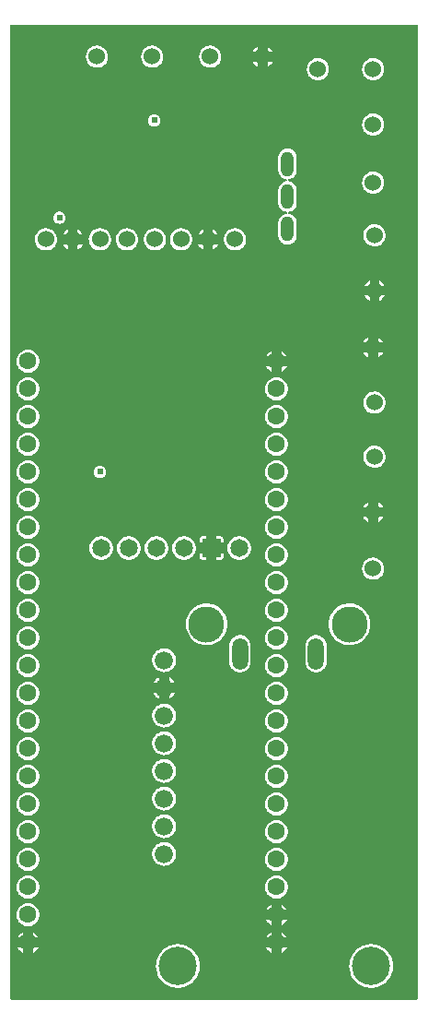
<source format=gtl>
G04 Layer: TopLayer*
G04 EasyEDA v6.5.51, 2026-01-27 03:17:30*
G04 77339762291546cc9e75e89c24e87ab3,64650944e1e6431b8ca2675abf886f56,10*
G04 Gerber Generator version 0.2*
G04 Scale: 100 percent, Rotated: No, Reflected: No *
G04 Dimensions in millimeters *
G04 leading zeros omitted , absolute positions ,4 integer and 5 decimal *
%FSLAX45Y45*%
%MOMM*%

%AMMACRO1*21,1,$1,$2,0,0,$3*%
%ADD10O,1.199998X2.299995*%
%ADD11C,1.5240*%
%ADD12C,1.6000*%
%ADD13C,1.6500*%
%ADD14MACRO1,1.65X1.65X0.0000*%
%ADD15C,1.6500*%
%ADD16C,0.0178*%
%ADD17C,3.5159*%
%ADD18O,1.45796X2.91592*%
%ADD19C,3.3160*%
%ADD20C,1.6764*%
%ADD21C,0.6096*%

%LPD*%
G36*
X736092Y-3574084D02*
G01*
X732180Y-3573322D01*
X728878Y-3571087D01*
X726694Y-3567836D01*
X725932Y-3563924D01*
X725932Y5363921D01*
X726694Y5367832D01*
X728878Y5371084D01*
X732180Y5373319D01*
X736092Y5374081D01*
X4463948Y5374081D01*
X4467809Y5373319D01*
X4471111Y5371084D01*
X4473295Y5367832D01*
X4474108Y5363921D01*
X4474108Y-3563924D01*
X4473295Y-3567836D01*
X4471111Y-3571087D01*
X4467809Y-3573322D01*
X4463948Y-3574084D01*
G37*

%LPC*%
G36*
X4046728Y-3466998D02*
G01*
X4066184Y-3466033D01*
X4085437Y-3463239D01*
X4104386Y-3458565D01*
X4122775Y-3452114D01*
X4140454Y-3443884D01*
X4157218Y-3434029D01*
X4173016Y-3422548D01*
X4187596Y-3409645D01*
X4200855Y-3395370D01*
X4212691Y-3379876D01*
X4222953Y-3363315D01*
X4231589Y-3345840D01*
X4238498Y-3327603D01*
X4243628Y-3308807D01*
X4246930Y-3289604D01*
X4248353Y-3270148D01*
X4247845Y-3250692D01*
X4245508Y-3231337D01*
X4241292Y-3212287D01*
X4235297Y-3193796D01*
X4227525Y-3175914D01*
X4218025Y-3158896D01*
X4206951Y-3142843D01*
X4194403Y-3127959D01*
X4180433Y-3114344D01*
X4165244Y-3102102D01*
X4148937Y-3091434D01*
X4131716Y-3082391D01*
X4113631Y-3075025D01*
X4094987Y-3069488D01*
X4075836Y-3065729D01*
X4056430Y-3063849D01*
X4036974Y-3063849D01*
X4017568Y-3065729D01*
X3998417Y-3069488D01*
X3979773Y-3075025D01*
X3961688Y-3082391D01*
X3944467Y-3091434D01*
X3928160Y-3102102D01*
X3912971Y-3114344D01*
X3899001Y-3127959D01*
X3886454Y-3142843D01*
X3875379Y-3158896D01*
X3865879Y-3175914D01*
X3858107Y-3193796D01*
X3852113Y-3212287D01*
X3847896Y-3231337D01*
X3845560Y-3250692D01*
X3845051Y-3270148D01*
X3846474Y-3289604D01*
X3849776Y-3308807D01*
X3854907Y-3327603D01*
X3861815Y-3345840D01*
X3870451Y-3363315D01*
X3880713Y-3379876D01*
X3892550Y-3395370D01*
X3905808Y-3409645D01*
X3920388Y-3422548D01*
X3936187Y-3434029D01*
X3952951Y-3443884D01*
X3970629Y-3452114D01*
X3989019Y-3458565D01*
X4007967Y-3463239D01*
X4027220Y-3466033D01*
G37*
G36*
X2268728Y-3466998D02*
G01*
X2288184Y-3466033D01*
X2307437Y-3463239D01*
X2326386Y-3458565D01*
X2344775Y-3452114D01*
X2362454Y-3443884D01*
X2379218Y-3434029D01*
X2395016Y-3422548D01*
X2409596Y-3409645D01*
X2422855Y-3395370D01*
X2434691Y-3379876D01*
X2444953Y-3363315D01*
X2453589Y-3345840D01*
X2460498Y-3327603D01*
X2465628Y-3308807D01*
X2468930Y-3289604D01*
X2470353Y-3270148D01*
X2469845Y-3250692D01*
X2467508Y-3231337D01*
X2463292Y-3212287D01*
X2457297Y-3193796D01*
X2449525Y-3175914D01*
X2440025Y-3158896D01*
X2428951Y-3142843D01*
X2416403Y-3127959D01*
X2402433Y-3114344D01*
X2387244Y-3102102D01*
X2370937Y-3091434D01*
X2353716Y-3082391D01*
X2335631Y-3075025D01*
X2316988Y-3069488D01*
X2297836Y-3065729D01*
X2278430Y-3063849D01*
X2258974Y-3063849D01*
X2239568Y-3065729D01*
X2220417Y-3069488D01*
X2201773Y-3075025D01*
X2183688Y-3082391D01*
X2166467Y-3091434D01*
X2150160Y-3102102D01*
X2134971Y-3114344D01*
X2121001Y-3127959D01*
X2108454Y-3142843D01*
X2097379Y-3158896D01*
X2087880Y-3175914D01*
X2080107Y-3193796D01*
X2074113Y-3212287D01*
X2069896Y-3231337D01*
X2067560Y-3250692D01*
X2067052Y-3270148D01*
X2068474Y-3289604D01*
X2071776Y-3308807D01*
X2076907Y-3327603D01*
X2083816Y-3345840D01*
X2092452Y-3363315D01*
X2102713Y-3379876D01*
X2114550Y-3395370D01*
X2127808Y-3409645D01*
X2142388Y-3422548D01*
X2158187Y-3434029D01*
X2174951Y-3443884D01*
X2192629Y-3452114D01*
X2211019Y-3458565D01*
X2229967Y-3463239D01*
X2249220Y-3466033D01*
G37*
G36*
X935329Y-3142945D02*
G01*
X941933Y-3139694D01*
X953465Y-3131972D01*
X963879Y-3122879D01*
X973023Y-3112465D01*
X980694Y-3100933D01*
X983945Y-3094329D01*
X935329Y-3094329D01*
G37*
G36*
X842670Y-3142945D02*
G01*
X842670Y-3094329D01*
X794054Y-3094329D01*
X797306Y-3100933D01*
X804976Y-3112465D01*
X814120Y-3122879D01*
X824534Y-3131972D01*
X836066Y-3139694D01*
G37*
G36*
X3128670Y-3142945D02*
G01*
X3128670Y-3094329D01*
X3080054Y-3094329D01*
X3083306Y-3100933D01*
X3090976Y-3112465D01*
X3100120Y-3122879D01*
X3110534Y-3131972D01*
X3122066Y-3139694D01*
G37*
G36*
X3221329Y-3142945D02*
G01*
X3227933Y-3139694D01*
X3239465Y-3131972D01*
X3249879Y-3122879D01*
X3259023Y-3112465D01*
X3266694Y-3100933D01*
X3269945Y-3094329D01*
X3221329Y-3094329D01*
G37*
G36*
X935329Y-3001619D02*
G01*
X983945Y-3001619D01*
X980694Y-2995066D01*
X973023Y-2983534D01*
X963879Y-2973120D01*
X953465Y-2963976D01*
X941933Y-2956306D01*
X935329Y-2953054D01*
G37*
G36*
X794054Y-3001619D02*
G01*
X842670Y-3001619D01*
X842670Y-2953054D01*
X836066Y-2956306D01*
X824534Y-2963976D01*
X814120Y-2973120D01*
X804976Y-2983534D01*
X797306Y-2995066D01*
G37*
G36*
X3080054Y-3001619D02*
G01*
X3128670Y-3001619D01*
X3128670Y-2953054D01*
X3122066Y-2956306D01*
X3110534Y-2963976D01*
X3100120Y-2973120D01*
X3090976Y-2983534D01*
X3083306Y-2995066D01*
G37*
G36*
X3221329Y-3001619D02*
G01*
X3269945Y-3001619D01*
X3266694Y-2995066D01*
X3259023Y-2983534D01*
X3249879Y-2973120D01*
X3239465Y-2963976D01*
X3227933Y-2956306D01*
X3221329Y-2953054D01*
G37*
G36*
X889000Y-2899867D02*
G01*
X902817Y-2898952D01*
X916432Y-2896260D01*
X929538Y-2891840D01*
X941933Y-2885694D01*
X953465Y-2878023D01*
X963879Y-2868879D01*
X973023Y-2858465D01*
X980694Y-2846933D01*
X986840Y-2834538D01*
X991260Y-2821381D01*
X994003Y-2807817D01*
X994867Y-2794000D01*
X994003Y-2780182D01*
X991260Y-2766568D01*
X986840Y-2753461D01*
X980694Y-2741066D01*
X973023Y-2729534D01*
X963879Y-2719120D01*
X953465Y-2709976D01*
X941933Y-2702306D01*
X929538Y-2696159D01*
X916432Y-2691739D01*
X902817Y-2688996D01*
X889000Y-2688132D01*
X875182Y-2688996D01*
X861618Y-2691739D01*
X848461Y-2696159D01*
X836066Y-2702306D01*
X824534Y-2709976D01*
X814120Y-2719120D01*
X804976Y-2729534D01*
X797306Y-2741066D01*
X791159Y-2753461D01*
X786739Y-2766568D01*
X784047Y-2780182D01*
X783132Y-2794000D01*
X784047Y-2807817D01*
X786739Y-2821381D01*
X791159Y-2834538D01*
X797306Y-2846933D01*
X804976Y-2858465D01*
X814120Y-2868879D01*
X824534Y-2878023D01*
X836066Y-2885694D01*
X848461Y-2891840D01*
X861618Y-2896260D01*
X875182Y-2898952D01*
G37*
G36*
X3128670Y-2888945D02*
G01*
X3128670Y-2840329D01*
X3080054Y-2840329D01*
X3083306Y-2846933D01*
X3090976Y-2858465D01*
X3100120Y-2868879D01*
X3110534Y-2878023D01*
X3122066Y-2885694D01*
G37*
G36*
X3221329Y-2888945D02*
G01*
X3227933Y-2885694D01*
X3239465Y-2878023D01*
X3249879Y-2868879D01*
X3259023Y-2858465D01*
X3266694Y-2846933D01*
X3269945Y-2840329D01*
X3221329Y-2840329D01*
G37*
G36*
X3080054Y-2747670D02*
G01*
X3128670Y-2747670D01*
X3128670Y-2699054D01*
X3122066Y-2702306D01*
X3110534Y-2709976D01*
X3100120Y-2719120D01*
X3090976Y-2729534D01*
X3083306Y-2741066D01*
G37*
G36*
X3221329Y-2747670D02*
G01*
X3269945Y-2747670D01*
X3266694Y-2741066D01*
X3259023Y-2729534D01*
X3249879Y-2719120D01*
X3239465Y-2709976D01*
X3227933Y-2702306D01*
X3221329Y-2699054D01*
G37*
G36*
X889000Y-2645867D02*
G01*
X902817Y-2644952D01*
X916432Y-2642260D01*
X929538Y-2637840D01*
X941933Y-2631694D01*
X953465Y-2624023D01*
X963879Y-2614879D01*
X973023Y-2604465D01*
X980694Y-2592933D01*
X986840Y-2580538D01*
X991260Y-2567381D01*
X994003Y-2553817D01*
X994867Y-2540000D01*
X994003Y-2526182D01*
X991260Y-2512568D01*
X986840Y-2499461D01*
X980694Y-2487066D01*
X973023Y-2475534D01*
X963879Y-2465120D01*
X953465Y-2455976D01*
X941933Y-2448306D01*
X929538Y-2442159D01*
X916432Y-2437739D01*
X902817Y-2434996D01*
X889000Y-2434132D01*
X875182Y-2434996D01*
X861618Y-2437739D01*
X848461Y-2442159D01*
X836066Y-2448306D01*
X824534Y-2455976D01*
X814120Y-2465120D01*
X804976Y-2475534D01*
X797306Y-2487066D01*
X791159Y-2499461D01*
X786739Y-2512568D01*
X784047Y-2526182D01*
X783132Y-2540000D01*
X784047Y-2553817D01*
X786739Y-2567381D01*
X791159Y-2580538D01*
X797306Y-2592933D01*
X804976Y-2604465D01*
X814120Y-2614879D01*
X824534Y-2624023D01*
X836066Y-2631694D01*
X848461Y-2637840D01*
X861618Y-2642260D01*
X875182Y-2644952D01*
G37*
G36*
X3175000Y-2645867D02*
G01*
X3188817Y-2644952D01*
X3202381Y-2642260D01*
X3215538Y-2637840D01*
X3227933Y-2631694D01*
X3239465Y-2624023D01*
X3249879Y-2614879D01*
X3259023Y-2604465D01*
X3266694Y-2592933D01*
X3272840Y-2580538D01*
X3277260Y-2567381D01*
X3279952Y-2553817D01*
X3280867Y-2540000D01*
X3279952Y-2526182D01*
X3277260Y-2512568D01*
X3272840Y-2499461D01*
X3266694Y-2487066D01*
X3259023Y-2475534D01*
X3249879Y-2465120D01*
X3239465Y-2455976D01*
X3227933Y-2448306D01*
X3215538Y-2442159D01*
X3202381Y-2437739D01*
X3188817Y-2434996D01*
X3175000Y-2434132D01*
X3161182Y-2434996D01*
X3147568Y-2437739D01*
X3134461Y-2442159D01*
X3122066Y-2448306D01*
X3110534Y-2455976D01*
X3100120Y-2465120D01*
X3090976Y-2475534D01*
X3083306Y-2487066D01*
X3077159Y-2499461D01*
X3072739Y-2512568D01*
X3069996Y-2526182D01*
X3069132Y-2540000D01*
X3069996Y-2553817D01*
X3072739Y-2567381D01*
X3077159Y-2580538D01*
X3083306Y-2592933D01*
X3090976Y-2604465D01*
X3100120Y-2614879D01*
X3110534Y-2624023D01*
X3122066Y-2631694D01*
X3134461Y-2637840D01*
X3147568Y-2642260D01*
X3161182Y-2644952D01*
G37*
G36*
X889000Y-2391867D02*
G01*
X902817Y-2390952D01*
X916432Y-2388260D01*
X929538Y-2383840D01*
X941933Y-2377694D01*
X953465Y-2370023D01*
X963879Y-2360879D01*
X973023Y-2350465D01*
X980694Y-2338933D01*
X986840Y-2326538D01*
X991260Y-2313381D01*
X994003Y-2299817D01*
X994867Y-2286000D01*
X994003Y-2272182D01*
X991260Y-2258568D01*
X986840Y-2245461D01*
X980694Y-2233066D01*
X973023Y-2221534D01*
X963879Y-2211120D01*
X953465Y-2201976D01*
X941933Y-2194306D01*
X929538Y-2188159D01*
X916432Y-2183739D01*
X902817Y-2180996D01*
X889000Y-2180132D01*
X875182Y-2180996D01*
X861618Y-2183739D01*
X848461Y-2188159D01*
X836066Y-2194306D01*
X824534Y-2201976D01*
X814120Y-2211120D01*
X804976Y-2221534D01*
X797306Y-2233066D01*
X791159Y-2245461D01*
X786739Y-2258568D01*
X784047Y-2272182D01*
X783132Y-2286000D01*
X784047Y-2299817D01*
X786739Y-2313381D01*
X791159Y-2326538D01*
X797306Y-2338933D01*
X804976Y-2350465D01*
X814120Y-2360879D01*
X824534Y-2370023D01*
X836066Y-2377694D01*
X848461Y-2383840D01*
X861618Y-2388260D01*
X875182Y-2390952D01*
G37*
G36*
X3175000Y-2391867D02*
G01*
X3188817Y-2390952D01*
X3202381Y-2388260D01*
X3215538Y-2383840D01*
X3227933Y-2377694D01*
X3239465Y-2370023D01*
X3249879Y-2360879D01*
X3259023Y-2350465D01*
X3266694Y-2338933D01*
X3272840Y-2326538D01*
X3277260Y-2313381D01*
X3279952Y-2299817D01*
X3280867Y-2286000D01*
X3279952Y-2272182D01*
X3277260Y-2258568D01*
X3272840Y-2245461D01*
X3266694Y-2233066D01*
X3259023Y-2221534D01*
X3249879Y-2211120D01*
X3239465Y-2201976D01*
X3227933Y-2194306D01*
X3215538Y-2188159D01*
X3202381Y-2183739D01*
X3188817Y-2180996D01*
X3175000Y-2180132D01*
X3161182Y-2180996D01*
X3147568Y-2183739D01*
X3134461Y-2188159D01*
X3122066Y-2194306D01*
X3110534Y-2201976D01*
X3100120Y-2211120D01*
X3090976Y-2221534D01*
X3083306Y-2233066D01*
X3077159Y-2245461D01*
X3072739Y-2258568D01*
X3069996Y-2272182D01*
X3069132Y-2286000D01*
X3069996Y-2299817D01*
X3072739Y-2313381D01*
X3077159Y-2326538D01*
X3083306Y-2338933D01*
X3090976Y-2350465D01*
X3100120Y-2360879D01*
X3110534Y-2370023D01*
X3122066Y-2377694D01*
X3134461Y-2383840D01*
X3147568Y-2388260D01*
X3161182Y-2390952D01*
G37*
G36*
X2138172Y-2346248D02*
G01*
X2152243Y-2345791D01*
X2166112Y-2343556D01*
X2179574Y-2339543D01*
X2192426Y-2333853D01*
X2204466Y-2326589D01*
X2215438Y-2317800D01*
X2225243Y-2307691D01*
X2233625Y-2296464D01*
X2240534Y-2284222D01*
X2245817Y-2271166D01*
X2249373Y-2257552D01*
X2251202Y-2243632D01*
X2251202Y-2229561D01*
X2249373Y-2215642D01*
X2245817Y-2202027D01*
X2240534Y-2188972D01*
X2233625Y-2176729D01*
X2225243Y-2165502D01*
X2215438Y-2155393D01*
X2204466Y-2146604D01*
X2192426Y-2139340D01*
X2179574Y-2133650D01*
X2166112Y-2129637D01*
X2152243Y-2127402D01*
X2138172Y-2126945D01*
X2124202Y-2128316D01*
X2110486Y-2131415D01*
X2097278Y-2136292D01*
X2084832Y-2142794D01*
X2073300Y-2150821D01*
X2062886Y-2160270D01*
X2053793Y-2170988D01*
X2046122Y-2182774D01*
X2040026Y-2195423D01*
X2035606Y-2208784D01*
X2032914Y-2222550D01*
X2032000Y-2236622D01*
X2032914Y-2250643D01*
X2035606Y-2264410D01*
X2040026Y-2277770D01*
X2046122Y-2290419D01*
X2053793Y-2302205D01*
X2062886Y-2312924D01*
X2073300Y-2322372D01*
X2084832Y-2330399D01*
X2097278Y-2336901D01*
X2110486Y-2341778D01*
X2124202Y-2344877D01*
G37*
G36*
X889000Y-2137867D02*
G01*
X902817Y-2136952D01*
X916432Y-2134260D01*
X929538Y-2129840D01*
X941933Y-2123694D01*
X953465Y-2116023D01*
X963879Y-2106879D01*
X973023Y-2096465D01*
X980694Y-2084933D01*
X986840Y-2072538D01*
X991260Y-2059381D01*
X994003Y-2045817D01*
X994867Y-2032000D01*
X994003Y-2018182D01*
X991260Y-2004568D01*
X986840Y-1991461D01*
X980694Y-1979066D01*
X973023Y-1967534D01*
X963879Y-1957120D01*
X953465Y-1947976D01*
X941933Y-1940306D01*
X929538Y-1934159D01*
X916432Y-1929739D01*
X902817Y-1926996D01*
X889000Y-1926132D01*
X875182Y-1926996D01*
X861618Y-1929739D01*
X848461Y-1934159D01*
X836066Y-1940306D01*
X824534Y-1947976D01*
X814120Y-1957120D01*
X804976Y-1967534D01*
X797306Y-1979066D01*
X791159Y-1991461D01*
X786739Y-2004568D01*
X784047Y-2018182D01*
X783132Y-2032000D01*
X784047Y-2045817D01*
X786739Y-2059381D01*
X791159Y-2072538D01*
X797306Y-2084933D01*
X804976Y-2096465D01*
X814120Y-2106879D01*
X824534Y-2116023D01*
X836066Y-2123694D01*
X848461Y-2129840D01*
X861618Y-2134260D01*
X875182Y-2136952D01*
G37*
G36*
X3175000Y-2137867D02*
G01*
X3188817Y-2136952D01*
X3202381Y-2134260D01*
X3215538Y-2129840D01*
X3227933Y-2123694D01*
X3239465Y-2116023D01*
X3249879Y-2106879D01*
X3259023Y-2096465D01*
X3266694Y-2084933D01*
X3272840Y-2072538D01*
X3277260Y-2059381D01*
X3279952Y-2045817D01*
X3280867Y-2032000D01*
X3279952Y-2018182D01*
X3277260Y-2004568D01*
X3272840Y-1991461D01*
X3266694Y-1979066D01*
X3259023Y-1967534D01*
X3249879Y-1957120D01*
X3239465Y-1947976D01*
X3227933Y-1940306D01*
X3215538Y-1934159D01*
X3202381Y-1929739D01*
X3188817Y-1926996D01*
X3175000Y-1926132D01*
X3161182Y-1926996D01*
X3147568Y-1929739D01*
X3134461Y-1934159D01*
X3122066Y-1940306D01*
X3110534Y-1947976D01*
X3100120Y-1957120D01*
X3090976Y-1967534D01*
X3083306Y-1979066D01*
X3077159Y-1991461D01*
X3072739Y-2004568D01*
X3069996Y-2018182D01*
X3069132Y-2032000D01*
X3069996Y-2045817D01*
X3072739Y-2059381D01*
X3077159Y-2072538D01*
X3083306Y-2084933D01*
X3090976Y-2096465D01*
X3100120Y-2106879D01*
X3110534Y-2116023D01*
X3122066Y-2123694D01*
X3134461Y-2129840D01*
X3147568Y-2134260D01*
X3161182Y-2136952D01*
G37*
G36*
X2138172Y-2092248D02*
G01*
X2152243Y-2091791D01*
X2166112Y-2089556D01*
X2179574Y-2085543D01*
X2192426Y-2079853D01*
X2204466Y-2072589D01*
X2215438Y-2063800D01*
X2225243Y-2053691D01*
X2233625Y-2042464D01*
X2240534Y-2030222D01*
X2245817Y-2017166D01*
X2249373Y-2003552D01*
X2251202Y-1989632D01*
X2251202Y-1975561D01*
X2249373Y-1961642D01*
X2245817Y-1948027D01*
X2240534Y-1934972D01*
X2233625Y-1922729D01*
X2225243Y-1911502D01*
X2215438Y-1901393D01*
X2204466Y-1892604D01*
X2192426Y-1885340D01*
X2179574Y-1879650D01*
X2166112Y-1875637D01*
X2152243Y-1873402D01*
X2138172Y-1872945D01*
X2124202Y-1874316D01*
X2110486Y-1877415D01*
X2097278Y-1882292D01*
X2084832Y-1888794D01*
X2073300Y-1896821D01*
X2062886Y-1906270D01*
X2053793Y-1916988D01*
X2046122Y-1928774D01*
X2040026Y-1941423D01*
X2035606Y-1954784D01*
X2032914Y-1968550D01*
X2032000Y-1982622D01*
X2032914Y-1996643D01*
X2035606Y-2010410D01*
X2040026Y-2023770D01*
X2046122Y-2036419D01*
X2053793Y-2048205D01*
X2062886Y-2058924D01*
X2073300Y-2068372D01*
X2084832Y-2076399D01*
X2097278Y-2082901D01*
X2110486Y-2087778D01*
X2124202Y-2090877D01*
G37*
G36*
X889000Y-1883867D02*
G01*
X902817Y-1882952D01*
X916432Y-1880260D01*
X929538Y-1875840D01*
X941933Y-1869693D01*
X953465Y-1862023D01*
X963879Y-1852879D01*
X973023Y-1842465D01*
X980694Y-1830933D01*
X986840Y-1818538D01*
X991260Y-1805381D01*
X994003Y-1791817D01*
X994867Y-1778000D01*
X994003Y-1764182D01*
X991260Y-1750568D01*
X986840Y-1737461D01*
X980694Y-1725066D01*
X973023Y-1713534D01*
X963879Y-1703120D01*
X953465Y-1693976D01*
X941933Y-1686306D01*
X929538Y-1680159D01*
X916432Y-1675739D01*
X902817Y-1672996D01*
X889000Y-1672132D01*
X875182Y-1672996D01*
X861618Y-1675739D01*
X848461Y-1680159D01*
X836066Y-1686306D01*
X824534Y-1693976D01*
X814120Y-1703120D01*
X804976Y-1713534D01*
X797306Y-1725066D01*
X791159Y-1737461D01*
X786739Y-1750568D01*
X784047Y-1764182D01*
X783132Y-1778000D01*
X784047Y-1791817D01*
X786739Y-1805381D01*
X791159Y-1818538D01*
X797306Y-1830933D01*
X804976Y-1842465D01*
X814120Y-1852879D01*
X824534Y-1862023D01*
X836066Y-1869693D01*
X848461Y-1875840D01*
X861618Y-1880260D01*
X875182Y-1882952D01*
G37*
G36*
X3175000Y-1883867D02*
G01*
X3188817Y-1882952D01*
X3202381Y-1880260D01*
X3215538Y-1875840D01*
X3227933Y-1869693D01*
X3239465Y-1862023D01*
X3249879Y-1852879D01*
X3259023Y-1842465D01*
X3266694Y-1830933D01*
X3272840Y-1818538D01*
X3277260Y-1805381D01*
X3279952Y-1791817D01*
X3280867Y-1778000D01*
X3279952Y-1764182D01*
X3277260Y-1750568D01*
X3272840Y-1737461D01*
X3266694Y-1725066D01*
X3259023Y-1713534D01*
X3249879Y-1703120D01*
X3239465Y-1693976D01*
X3227933Y-1686306D01*
X3215538Y-1680159D01*
X3202381Y-1675739D01*
X3188817Y-1672996D01*
X3175000Y-1672132D01*
X3161182Y-1672996D01*
X3147568Y-1675739D01*
X3134461Y-1680159D01*
X3122066Y-1686306D01*
X3110534Y-1693976D01*
X3100120Y-1703120D01*
X3090976Y-1713534D01*
X3083306Y-1725066D01*
X3077159Y-1737461D01*
X3072739Y-1750568D01*
X3069996Y-1764182D01*
X3069132Y-1778000D01*
X3069996Y-1791817D01*
X3072739Y-1805381D01*
X3077159Y-1818538D01*
X3083306Y-1830933D01*
X3090976Y-1842465D01*
X3100120Y-1852879D01*
X3110534Y-1862023D01*
X3122066Y-1869693D01*
X3134461Y-1875840D01*
X3147568Y-1880260D01*
X3161182Y-1882952D01*
G37*
G36*
X2138172Y-1838248D02*
G01*
X2152243Y-1837791D01*
X2166112Y-1835556D01*
X2179574Y-1831543D01*
X2192426Y-1825853D01*
X2204466Y-1818589D01*
X2215438Y-1809800D01*
X2225243Y-1799691D01*
X2233625Y-1788464D01*
X2240534Y-1776222D01*
X2245817Y-1763166D01*
X2249373Y-1749552D01*
X2251202Y-1735632D01*
X2251202Y-1721561D01*
X2249373Y-1707642D01*
X2245817Y-1694027D01*
X2240534Y-1680972D01*
X2233625Y-1668729D01*
X2225243Y-1657502D01*
X2215438Y-1647393D01*
X2204466Y-1638604D01*
X2192426Y-1631340D01*
X2179574Y-1625650D01*
X2166112Y-1621637D01*
X2152243Y-1619402D01*
X2138172Y-1618945D01*
X2124202Y-1620316D01*
X2110486Y-1623415D01*
X2097278Y-1628292D01*
X2084832Y-1634794D01*
X2073300Y-1642821D01*
X2062886Y-1652270D01*
X2053793Y-1662988D01*
X2046122Y-1674774D01*
X2040026Y-1687423D01*
X2035606Y-1700784D01*
X2032914Y-1714550D01*
X2032000Y-1728622D01*
X2032914Y-1742643D01*
X2035606Y-1756410D01*
X2040026Y-1769770D01*
X2046122Y-1782419D01*
X2053793Y-1794205D01*
X2062886Y-1804924D01*
X2073300Y-1814372D01*
X2084832Y-1822399D01*
X2097278Y-1828901D01*
X2110486Y-1833778D01*
X2124202Y-1836877D01*
G37*
G36*
X889000Y-1629867D02*
G01*
X902817Y-1628952D01*
X916432Y-1626260D01*
X929538Y-1621840D01*
X941933Y-1615694D01*
X953465Y-1608023D01*
X963879Y-1598879D01*
X973023Y-1588465D01*
X980694Y-1576933D01*
X986840Y-1564538D01*
X991260Y-1551381D01*
X994003Y-1537817D01*
X994867Y-1524000D01*
X994003Y-1510182D01*
X991260Y-1496568D01*
X986840Y-1483461D01*
X980694Y-1471066D01*
X973023Y-1459534D01*
X963879Y-1449120D01*
X953465Y-1439976D01*
X941933Y-1432306D01*
X929538Y-1426159D01*
X916432Y-1421739D01*
X902817Y-1418996D01*
X889000Y-1418132D01*
X875182Y-1418996D01*
X861618Y-1421739D01*
X848461Y-1426159D01*
X836066Y-1432306D01*
X824534Y-1439976D01*
X814120Y-1449120D01*
X804976Y-1459534D01*
X797306Y-1471066D01*
X791159Y-1483461D01*
X786739Y-1496568D01*
X784047Y-1510182D01*
X783132Y-1524000D01*
X784047Y-1537817D01*
X786739Y-1551381D01*
X791159Y-1564538D01*
X797306Y-1576933D01*
X804976Y-1588465D01*
X814120Y-1598879D01*
X824534Y-1608023D01*
X836066Y-1615694D01*
X848461Y-1621840D01*
X861618Y-1626260D01*
X875182Y-1628952D01*
G37*
G36*
X3175000Y-1629867D02*
G01*
X3188817Y-1628952D01*
X3202381Y-1626260D01*
X3215538Y-1621840D01*
X3227933Y-1615694D01*
X3239465Y-1608023D01*
X3249879Y-1598879D01*
X3259023Y-1588465D01*
X3266694Y-1576933D01*
X3272840Y-1564538D01*
X3277260Y-1551381D01*
X3279952Y-1537817D01*
X3280867Y-1524000D01*
X3279952Y-1510182D01*
X3277260Y-1496568D01*
X3272840Y-1483461D01*
X3266694Y-1471066D01*
X3259023Y-1459534D01*
X3249879Y-1449120D01*
X3239465Y-1439976D01*
X3227933Y-1432306D01*
X3215538Y-1426159D01*
X3202381Y-1421739D01*
X3188817Y-1418996D01*
X3175000Y-1418132D01*
X3161182Y-1418996D01*
X3147568Y-1421739D01*
X3134461Y-1426159D01*
X3122066Y-1432306D01*
X3110534Y-1439976D01*
X3100120Y-1449120D01*
X3090976Y-1459534D01*
X3083306Y-1471066D01*
X3077159Y-1483461D01*
X3072739Y-1496568D01*
X3069996Y-1510182D01*
X3069132Y-1524000D01*
X3069996Y-1537817D01*
X3072739Y-1551381D01*
X3077159Y-1564538D01*
X3083306Y-1576933D01*
X3090976Y-1588465D01*
X3100120Y-1598879D01*
X3110534Y-1608023D01*
X3122066Y-1615694D01*
X3134461Y-1621840D01*
X3147568Y-1626260D01*
X3161182Y-1628952D01*
G37*
G36*
X2138172Y-1584248D02*
G01*
X2152243Y-1583791D01*
X2166112Y-1581556D01*
X2179574Y-1577543D01*
X2192426Y-1571853D01*
X2204466Y-1564589D01*
X2215438Y-1555800D01*
X2225243Y-1545691D01*
X2233625Y-1534464D01*
X2240534Y-1522222D01*
X2245817Y-1509166D01*
X2249373Y-1495552D01*
X2251202Y-1481632D01*
X2251202Y-1467561D01*
X2249373Y-1453642D01*
X2245817Y-1440027D01*
X2240534Y-1426972D01*
X2233625Y-1414729D01*
X2225243Y-1403502D01*
X2215438Y-1393393D01*
X2204466Y-1384604D01*
X2192426Y-1377340D01*
X2179574Y-1371650D01*
X2166112Y-1367637D01*
X2152243Y-1365402D01*
X2138172Y-1364945D01*
X2124202Y-1366316D01*
X2110486Y-1369415D01*
X2097278Y-1374292D01*
X2084832Y-1380794D01*
X2073300Y-1388821D01*
X2062886Y-1398270D01*
X2053793Y-1408988D01*
X2046122Y-1420774D01*
X2040026Y-1433423D01*
X2035606Y-1446784D01*
X2032914Y-1460550D01*
X2032000Y-1474622D01*
X2032914Y-1488643D01*
X2035606Y-1502410D01*
X2040026Y-1515770D01*
X2046122Y-1528419D01*
X2053793Y-1540205D01*
X2062886Y-1550924D01*
X2073300Y-1560372D01*
X2084832Y-1568399D01*
X2097278Y-1574901D01*
X2110486Y-1579778D01*
X2124202Y-1582877D01*
G37*
G36*
X889000Y-1375867D02*
G01*
X902817Y-1374952D01*
X916432Y-1372260D01*
X929538Y-1367840D01*
X941933Y-1361694D01*
X953465Y-1354023D01*
X963879Y-1344879D01*
X973023Y-1334465D01*
X980694Y-1322933D01*
X986840Y-1310538D01*
X991260Y-1297381D01*
X994003Y-1283817D01*
X994867Y-1270000D01*
X994003Y-1256182D01*
X991260Y-1242568D01*
X986840Y-1229461D01*
X980694Y-1217066D01*
X973023Y-1205534D01*
X963879Y-1195120D01*
X953465Y-1185976D01*
X941933Y-1178306D01*
X929538Y-1172159D01*
X916432Y-1167739D01*
X902817Y-1164996D01*
X889000Y-1164132D01*
X875182Y-1164996D01*
X861618Y-1167739D01*
X848461Y-1172159D01*
X836066Y-1178306D01*
X824534Y-1185976D01*
X814120Y-1195120D01*
X804976Y-1205534D01*
X797306Y-1217066D01*
X791159Y-1229461D01*
X786739Y-1242568D01*
X784047Y-1256182D01*
X783132Y-1270000D01*
X784047Y-1283817D01*
X786739Y-1297381D01*
X791159Y-1310538D01*
X797306Y-1322933D01*
X804976Y-1334465D01*
X814120Y-1344879D01*
X824534Y-1354023D01*
X836066Y-1361694D01*
X848461Y-1367840D01*
X861618Y-1372260D01*
X875182Y-1374952D01*
G37*
G36*
X3175000Y-1375867D02*
G01*
X3188817Y-1374952D01*
X3202381Y-1372260D01*
X3215538Y-1367840D01*
X3227933Y-1361694D01*
X3239465Y-1354023D01*
X3249879Y-1344879D01*
X3259023Y-1334465D01*
X3266694Y-1322933D01*
X3272840Y-1310538D01*
X3277260Y-1297381D01*
X3279952Y-1283817D01*
X3280867Y-1270000D01*
X3279952Y-1256182D01*
X3277260Y-1242568D01*
X3272840Y-1229461D01*
X3266694Y-1217066D01*
X3259023Y-1205534D01*
X3249879Y-1195120D01*
X3239465Y-1185976D01*
X3227933Y-1178306D01*
X3215538Y-1172159D01*
X3202381Y-1167739D01*
X3188817Y-1164996D01*
X3175000Y-1164132D01*
X3161182Y-1164996D01*
X3147568Y-1167739D01*
X3134461Y-1172159D01*
X3122066Y-1178306D01*
X3110534Y-1185976D01*
X3100120Y-1195120D01*
X3090976Y-1205534D01*
X3083306Y-1217066D01*
X3077159Y-1229461D01*
X3072739Y-1242568D01*
X3069996Y-1256182D01*
X3069132Y-1270000D01*
X3069996Y-1283817D01*
X3072739Y-1297381D01*
X3077159Y-1310538D01*
X3083306Y-1322933D01*
X3090976Y-1334465D01*
X3100120Y-1344879D01*
X3110534Y-1354023D01*
X3122066Y-1361694D01*
X3134461Y-1367840D01*
X3147568Y-1372260D01*
X3161182Y-1374952D01*
G37*
G36*
X2138172Y-1330248D02*
G01*
X2152243Y-1329791D01*
X2166112Y-1327556D01*
X2179574Y-1323543D01*
X2192426Y-1317853D01*
X2204466Y-1310589D01*
X2215438Y-1301800D01*
X2225243Y-1291691D01*
X2233625Y-1280464D01*
X2240534Y-1268222D01*
X2245817Y-1255166D01*
X2249373Y-1241552D01*
X2251202Y-1227632D01*
X2251202Y-1213561D01*
X2249373Y-1199642D01*
X2245817Y-1186027D01*
X2240534Y-1172972D01*
X2233625Y-1160729D01*
X2225243Y-1149502D01*
X2215438Y-1139393D01*
X2204466Y-1130604D01*
X2192426Y-1123340D01*
X2179574Y-1117650D01*
X2166112Y-1113637D01*
X2152243Y-1111402D01*
X2138172Y-1110945D01*
X2124202Y-1112316D01*
X2110486Y-1115415D01*
X2097278Y-1120292D01*
X2084832Y-1126794D01*
X2073300Y-1134821D01*
X2062886Y-1144270D01*
X2053793Y-1154988D01*
X2046122Y-1166774D01*
X2040026Y-1179423D01*
X2035606Y-1192784D01*
X2032914Y-1206550D01*
X2032000Y-1220622D01*
X2032914Y-1234643D01*
X2035606Y-1248410D01*
X2040026Y-1261770D01*
X2046122Y-1274419D01*
X2053793Y-1286205D01*
X2062886Y-1296924D01*
X2073300Y-1306372D01*
X2084832Y-1314399D01*
X2097278Y-1320901D01*
X2110486Y-1325778D01*
X2124202Y-1328877D01*
G37*
G36*
X889000Y-1121867D02*
G01*
X902817Y-1120952D01*
X916432Y-1118260D01*
X929538Y-1113840D01*
X941933Y-1107694D01*
X953465Y-1100023D01*
X963879Y-1090879D01*
X973023Y-1080465D01*
X980694Y-1068933D01*
X986840Y-1056538D01*
X991260Y-1043381D01*
X994003Y-1029817D01*
X994867Y-1016000D01*
X994003Y-1002182D01*
X991260Y-988568D01*
X986840Y-975461D01*
X980694Y-963066D01*
X973023Y-951534D01*
X963879Y-941120D01*
X953465Y-931976D01*
X941933Y-924306D01*
X929538Y-918159D01*
X916432Y-913739D01*
X902817Y-910996D01*
X889000Y-910132D01*
X875182Y-910996D01*
X861618Y-913739D01*
X848461Y-918159D01*
X836066Y-924306D01*
X824534Y-931976D01*
X814120Y-941120D01*
X804976Y-951534D01*
X797306Y-963066D01*
X791159Y-975461D01*
X786739Y-988568D01*
X784047Y-1002182D01*
X783132Y-1016000D01*
X784047Y-1029817D01*
X786739Y-1043381D01*
X791159Y-1056538D01*
X797306Y-1068933D01*
X804976Y-1080465D01*
X814120Y-1090879D01*
X824534Y-1100023D01*
X836066Y-1107694D01*
X848461Y-1113840D01*
X861618Y-1118260D01*
X875182Y-1120952D01*
G37*
G36*
X3175000Y-1121867D02*
G01*
X3188817Y-1120952D01*
X3202381Y-1118260D01*
X3215538Y-1113840D01*
X3227933Y-1107694D01*
X3239465Y-1100023D01*
X3249879Y-1090879D01*
X3259023Y-1080465D01*
X3266694Y-1068933D01*
X3272840Y-1056538D01*
X3277260Y-1043381D01*
X3279952Y-1029817D01*
X3280867Y-1016000D01*
X3279952Y-1002182D01*
X3277260Y-988568D01*
X3272840Y-975461D01*
X3266694Y-963066D01*
X3259023Y-951534D01*
X3249879Y-941120D01*
X3239465Y-931976D01*
X3227933Y-924306D01*
X3215538Y-918159D01*
X3202381Y-913739D01*
X3188817Y-910996D01*
X3175000Y-910132D01*
X3161182Y-910996D01*
X3147568Y-913739D01*
X3134461Y-918159D01*
X3122066Y-924306D01*
X3110534Y-931976D01*
X3100120Y-941120D01*
X3090976Y-951534D01*
X3083306Y-963066D01*
X3077159Y-975461D01*
X3072739Y-988568D01*
X3069996Y-1002182D01*
X3069132Y-1016000D01*
X3069996Y-1029817D01*
X3072739Y-1043381D01*
X3077159Y-1056538D01*
X3083306Y-1068933D01*
X3090976Y-1080465D01*
X3100120Y-1090879D01*
X3110534Y-1100023D01*
X3122066Y-1107694D01*
X3134461Y-1113840D01*
X3147568Y-1118260D01*
X3161182Y-1120952D01*
G37*
G36*
X2138172Y-1076248D02*
G01*
X2152243Y-1075791D01*
X2166112Y-1073556D01*
X2179574Y-1069543D01*
X2192426Y-1063853D01*
X2204466Y-1056589D01*
X2215438Y-1047800D01*
X2225243Y-1037691D01*
X2233625Y-1026464D01*
X2240534Y-1014221D01*
X2245817Y-1001166D01*
X2249373Y-987552D01*
X2251202Y-973632D01*
X2251202Y-959561D01*
X2249373Y-945642D01*
X2245817Y-932027D01*
X2240534Y-918971D01*
X2233625Y-906729D01*
X2225243Y-895502D01*
X2215438Y-885393D01*
X2204466Y-876604D01*
X2192426Y-869340D01*
X2179574Y-863650D01*
X2166112Y-859637D01*
X2152243Y-857402D01*
X2138172Y-856945D01*
X2124202Y-858316D01*
X2110486Y-861415D01*
X2097278Y-866292D01*
X2084832Y-872794D01*
X2073300Y-880821D01*
X2062886Y-890269D01*
X2053793Y-900988D01*
X2046122Y-912774D01*
X2040026Y-925423D01*
X2035606Y-938784D01*
X2032914Y-952550D01*
X2032000Y-966622D01*
X2032914Y-980643D01*
X2035606Y-994410D01*
X2040026Y-1007770D01*
X2046122Y-1020419D01*
X2053793Y-1032205D01*
X2062886Y-1042924D01*
X2073300Y-1052372D01*
X2084832Y-1060399D01*
X2097278Y-1066901D01*
X2110486Y-1071778D01*
X2124202Y-1074877D01*
G37*
G36*
X889000Y-867867D02*
G01*
X902817Y-866952D01*
X916432Y-864260D01*
X929538Y-859840D01*
X941933Y-853694D01*
X953465Y-846023D01*
X963879Y-836879D01*
X973023Y-826465D01*
X980694Y-814933D01*
X986840Y-802538D01*
X991260Y-789381D01*
X994003Y-775817D01*
X994867Y-762000D01*
X994003Y-748182D01*
X991260Y-734568D01*
X986840Y-721461D01*
X980694Y-709066D01*
X973023Y-697534D01*
X963879Y-687120D01*
X953465Y-677976D01*
X941933Y-670306D01*
X929538Y-664159D01*
X916432Y-659739D01*
X902817Y-656996D01*
X889000Y-656132D01*
X875182Y-656996D01*
X861618Y-659739D01*
X848461Y-664159D01*
X836066Y-670306D01*
X824534Y-677976D01*
X814120Y-687120D01*
X804976Y-697534D01*
X797306Y-709066D01*
X791159Y-721461D01*
X786739Y-734568D01*
X784047Y-748182D01*
X783132Y-762000D01*
X784047Y-775817D01*
X786739Y-789381D01*
X791159Y-802538D01*
X797306Y-814933D01*
X804976Y-826465D01*
X814120Y-836879D01*
X824534Y-846023D01*
X836066Y-853694D01*
X848461Y-859840D01*
X861618Y-864260D01*
X875182Y-866952D01*
G37*
G36*
X3175000Y-867867D02*
G01*
X3188817Y-866952D01*
X3202381Y-864260D01*
X3215538Y-859840D01*
X3227933Y-853694D01*
X3239465Y-846023D01*
X3249879Y-836879D01*
X3259023Y-826465D01*
X3266694Y-814933D01*
X3272840Y-802538D01*
X3277260Y-789381D01*
X3279952Y-775817D01*
X3280867Y-762000D01*
X3279952Y-748182D01*
X3277260Y-734568D01*
X3272840Y-721461D01*
X3266694Y-709066D01*
X3259023Y-697534D01*
X3249879Y-687120D01*
X3239465Y-677976D01*
X3227933Y-670306D01*
X3215538Y-664159D01*
X3202381Y-659739D01*
X3188817Y-656996D01*
X3175000Y-656132D01*
X3161182Y-656996D01*
X3147568Y-659739D01*
X3134461Y-664159D01*
X3122066Y-670306D01*
X3110534Y-677976D01*
X3100120Y-687120D01*
X3090976Y-697534D01*
X3083306Y-709066D01*
X3077159Y-721461D01*
X3072739Y-734568D01*
X3069996Y-748182D01*
X3069132Y-762000D01*
X3069996Y-775817D01*
X3072739Y-789381D01*
X3077159Y-802538D01*
X3083306Y-814933D01*
X3090976Y-826465D01*
X3100120Y-836879D01*
X3110534Y-846023D01*
X3122066Y-853694D01*
X3134461Y-859840D01*
X3147568Y-864260D01*
X3161182Y-866952D01*
G37*
G36*
X2189988Y-810971D02*
G01*
X2192426Y-809853D01*
X2204466Y-802589D01*
X2215438Y-793800D01*
X2225243Y-783691D01*
X2233625Y-772464D01*
X2240178Y-760882D01*
X2189988Y-760882D01*
G37*
G36*
X2093468Y-810920D02*
G01*
X2093468Y-760882D01*
X2043430Y-760882D01*
X2046122Y-766419D01*
X2053793Y-778205D01*
X2062886Y-788924D01*
X2073300Y-798372D01*
X2084832Y-806399D01*
G37*
G36*
X2043430Y-664362D02*
G01*
X2093468Y-664362D01*
X2093468Y-614273D01*
X2084832Y-618794D01*
X2073300Y-626821D01*
X2062886Y-636270D01*
X2053793Y-646988D01*
X2046122Y-658774D01*
G37*
G36*
X2189988Y-664362D02*
G01*
X2240178Y-664362D01*
X2233625Y-652729D01*
X2225243Y-641502D01*
X2215438Y-631393D01*
X2204466Y-622604D01*
X2192426Y-615340D01*
X2189988Y-614222D01*
G37*
G36*
X889000Y-613867D02*
G01*
X902817Y-612952D01*
X916432Y-610260D01*
X929538Y-605840D01*
X941933Y-599694D01*
X953465Y-592023D01*
X963879Y-582879D01*
X973023Y-572465D01*
X980694Y-560933D01*
X986840Y-548538D01*
X991260Y-535381D01*
X994003Y-521817D01*
X994867Y-508000D01*
X994003Y-494182D01*
X991260Y-480568D01*
X986840Y-467461D01*
X980694Y-455066D01*
X973023Y-443534D01*
X963879Y-433120D01*
X953465Y-423976D01*
X941933Y-416306D01*
X929538Y-410159D01*
X916432Y-405739D01*
X902817Y-402996D01*
X889000Y-402132D01*
X875182Y-402996D01*
X861618Y-405739D01*
X848461Y-410159D01*
X836066Y-416306D01*
X824534Y-423976D01*
X814120Y-433120D01*
X804976Y-443534D01*
X797306Y-455066D01*
X791159Y-467461D01*
X786739Y-480568D01*
X784047Y-494182D01*
X783132Y-508000D01*
X784047Y-521817D01*
X786739Y-535381D01*
X791159Y-548538D01*
X797306Y-560933D01*
X804976Y-572465D01*
X814120Y-582879D01*
X824534Y-592023D01*
X836066Y-599694D01*
X848461Y-605840D01*
X861618Y-610260D01*
X875182Y-612952D01*
G37*
G36*
X3175000Y-613867D02*
G01*
X3188817Y-612952D01*
X3202381Y-610260D01*
X3215538Y-605840D01*
X3227933Y-599694D01*
X3239465Y-592023D01*
X3249879Y-582879D01*
X3259023Y-572465D01*
X3266694Y-560933D01*
X3272840Y-548538D01*
X3277260Y-535381D01*
X3279952Y-521817D01*
X3280867Y-508000D01*
X3279952Y-494182D01*
X3277260Y-480568D01*
X3272840Y-467461D01*
X3266694Y-455066D01*
X3259023Y-443534D01*
X3249879Y-433120D01*
X3239465Y-423976D01*
X3227933Y-416306D01*
X3215538Y-410159D01*
X3202381Y-405739D01*
X3188817Y-402996D01*
X3175000Y-402132D01*
X3161182Y-402996D01*
X3147568Y-405739D01*
X3134461Y-410159D01*
X3122066Y-416306D01*
X3110534Y-423976D01*
X3100120Y-433120D01*
X3090976Y-443534D01*
X3083306Y-455066D01*
X3077159Y-467461D01*
X3072739Y-480568D01*
X3069996Y-494182D01*
X3069132Y-508000D01*
X3069996Y-521817D01*
X3072739Y-535381D01*
X3077159Y-548538D01*
X3083306Y-560933D01*
X3090976Y-572465D01*
X3100120Y-582879D01*
X3110534Y-592023D01*
X3122066Y-599694D01*
X3134461Y-605840D01*
X3147568Y-610260D01*
X3161182Y-612952D01*
G37*
G36*
X2839415Y-571093D02*
G01*
X2852318Y-570230D01*
X2865018Y-567740D01*
X2877261Y-563575D01*
X2888843Y-557885D01*
X2899562Y-550672D01*
X2909316Y-542188D01*
X2917799Y-532434D01*
X2925013Y-521716D01*
X2930702Y-510133D01*
X2934868Y-497890D01*
X2937357Y-485190D01*
X2938272Y-471982D01*
X2938272Y-326847D01*
X2937357Y-313639D01*
X2934868Y-300939D01*
X2930702Y-288696D01*
X2925013Y-277114D01*
X2917799Y-266395D01*
X2909316Y-256641D01*
X2899562Y-248158D01*
X2888843Y-240944D01*
X2877261Y-235254D01*
X2865018Y-231089D01*
X2852318Y-228600D01*
X2839415Y-227736D01*
X2826562Y-228600D01*
X2813862Y-231089D01*
X2801620Y-235254D01*
X2790037Y-240944D01*
X2779318Y-248158D01*
X2769565Y-256641D01*
X2761081Y-266395D01*
X2753868Y-277114D01*
X2748178Y-288696D01*
X2744012Y-300939D01*
X2741523Y-313639D01*
X2740660Y-326847D01*
X2740660Y-471982D01*
X2741523Y-485190D01*
X2744012Y-497890D01*
X2748178Y-510133D01*
X2753868Y-521716D01*
X2761081Y-532434D01*
X2769565Y-542188D01*
X2779318Y-550672D01*
X2790037Y-557885D01*
X2801620Y-563575D01*
X2813862Y-567740D01*
X2826562Y-570230D01*
G37*
G36*
X3539439Y-571093D02*
G01*
X3552342Y-570230D01*
X3564991Y-567740D01*
X3577234Y-563575D01*
X3588816Y-557885D01*
X3599586Y-550672D01*
X3609289Y-542188D01*
X3617823Y-532434D01*
X3624986Y-521716D01*
X3630726Y-510133D01*
X3634841Y-497890D01*
X3637381Y-485190D01*
X3638245Y-471982D01*
X3638245Y-326847D01*
X3637381Y-313639D01*
X3634841Y-300939D01*
X3630726Y-288696D01*
X3624986Y-277114D01*
X3617823Y-266395D01*
X3609289Y-256641D01*
X3599586Y-248158D01*
X3588816Y-240944D01*
X3577234Y-235254D01*
X3564991Y-231089D01*
X3552342Y-228600D01*
X3539439Y-227736D01*
X3526536Y-228600D01*
X3513886Y-231089D01*
X3501644Y-235254D01*
X3490061Y-240944D01*
X3479292Y-248158D01*
X3469589Y-256641D01*
X3461054Y-266395D01*
X3453892Y-277114D01*
X3448151Y-288696D01*
X3444036Y-300939D01*
X3441496Y-313639D01*
X3440633Y-326847D01*
X3440633Y-471982D01*
X3441496Y-485190D01*
X3444036Y-497890D01*
X3448151Y-510133D01*
X3453892Y-521716D01*
X3461054Y-532434D01*
X3469589Y-542188D01*
X3479292Y-550672D01*
X3490061Y-557885D01*
X3501644Y-563575D01*
X3513886Y-567740D01*
X3526536Y-570230D01*
G37*
G36*
X2138172Y-568248D02*
G01*
X2152243Y-567791D01*
X2166112Y-565556D01*
X2179574Y-561543D01*
X2192426Y-555853D01*
X2204466Y-548589D01*
X2215438Y-539800D01*
X2225243Y-529691D01*
X2233625Y-518464D01*
X2240534Y-506222D01*
X2245817Y-493166D01*
X2249373Y-479551D01*
X2251202Y-465632D01*
X2251202Y-451561D01*
X2249373Y-437642D01*
X2245817Y-424027D01*
X2240534Y-410972D01*
X2233625Y-398729D01*
X2225243Y-387502D01*
X2215438Y-377393D01*
X2204466Y-368604D01*
X2192426Y-361340D01*
X2179574Y-355650D01*
X2166112Y-351637D01*
X2152243Y-349402D01*
X2138172Y-348945D01*
X2124202Y-350316D01*
X2110486Y-353415D01*
X2097278Y-358292D01*
X2084832Y-364794D01*
X2073300Y-372821D01*
X2062886Y-382270D01*
X2053793Y-392988D01*
X2046122Y-404774D01*
X2040026Y-417423D01*
X2035606Y-430784D01*
X2032914Y-444550D01*
X2032000Y-458622D01*
X2032914Y-472643D01*
X2035606Y-486409D01*
X2040026Y-499770D01*
X2046122Y-512419D01*
X2053793Y-524205D01*
X2062886Y-534924D01*
X2073300Y-544372D01*
X2084832Y-552399D01*
X2097278Y-558901D01*
X2110486Y-563778D01*
X2124202Y-566877D01*
G37*
G36*
X889000Y-359867D02*
G01*
X902817Y-359003D01*
X916432Y-356260D01*
X929538Y-351840D01*
X941933Y-345694D01*
X953465Y-338023D01*
X963879Y-328879D01*
X973023Y-318465D01*
X980694Y-306933D01*
X986840Y-294538D01*
X991260Y-281381D01*
X994003Y-267817D01*
X994867Y-254000D01*
X994003Y-240182D01*
X991260Y-226618D01*
X986840Y-213461D01*
X980694Y-201066D01*
X973023Y-189534D01*
X963879Y-179120D01*
X953465Y-169976D01*
X941933Y-162306D01*
X929538Y-156159D01*
X916432Y-151739D01*
X902817Y-148996D01*
X889000Y-148132D01*
X875182Y-148996D01*
X861618Y-151739D01*
X848461Y-156159D01*
X836066Y-162306D01*
X824534Y-169976D01*
X814120Y-179120D01*
X804976Y-189534D01*
X797306Y-201066D01*
X791159Y-213461D01*
X786739Y-226618D01*
X784047Y-240182D01*
X783132Y-254000D01*
X784047Y-267817D01*
X786739Y-281381D01*
X791159Y-294538D01*
X797306Y-306933D01*
X804976Y-318465D01*
X814120Y-328879D01*
X824534Y-338023D01*
X836066Y-345694D01*
X848461Y-351840D01*
X861618Y-356260D01*
X875182Y-359003D01*
G37*
G36*
X3175000Y-359867D02*
G01*
X3188817Y-359003D01*
X3202381Y-356260D01*
X3215538Y-351840D01*
X3227933Y-345694D01*
X3239465Y-338023D01*
X3249879Y-328879D01*
X3259023Y-318465D01*
X3266694Y-306933D01*
X3272840Y-294538D01*
X3277260Y-281381D01*
X3279952Y-267817D01*
X3280867Y-254000D01*
X3279952Y-240182D01*
X3277260Y-226618D01*
X3272840Y-213461D01*
X3266694Y-201066D01*
X3259023Y-189534D01*
X3249879Y-179120D01*
X3239465Y-169976D01*
X3227933Y-162306D01*
X3215538Y-156159D01*
X3202381Y-151739D01*
X3188817Y-148996D01*
X3175000Y-148132D01*
X3161182Y-148996D01*
X3147568Y-151739D01*
X3134461Y-156159D01*
X3122066Y-162306D01*
X3110534Y-169976D01*
X3100120Y-179120D01*
X3090976Y-189534D01*
X3083306Y-201066D01*
X3077159Y-213461D01*
X3072739Y-226618D01*
X3069996Y-240182D01*
X3069132Y-254000D01*
X3069996Y-267817D01*
X3072739Y-281381D01*
X3077159Y-294538D01*
X3083306Y-306933D01*
X3090976Y-318465D01*
X3100120Y-328879D01*
X3110534Y-338023D01*
X3122066Y-345694D01*
X3134461Y-351840D01*
X3147568Y-356260D01*
X3161182Y-359003D01*
G37*
G36*
X3841648Y-320040D02*
G01*
X3860749Y-319532D01*
X3879748Y-317195D01*
X3898392Y-312928D01*
X3916476Y-306832D01*
X3933901Y-298958D01*
X3950462Y-289407D01*
X3965956Y-278282D01*
X3980281Y-265633D01*
X3993286Y-251612D01*
X4004818Y-236372D01*
X4014774Y-220065D01*
X4023106Y-202844D01*
X4029608Y-184912D01*
X4034332Y-166370D01*
X4037177Y-147472D01*
X4038142Y-128422D01*
X4037177Y-109321D01*
X4034332Y-90424D01*
X4029608Y-71882D01*
X4023106Y-53949D01*
X4014774Y-36728D01*
X4004818Y-20421D01*
X3993286Y-5181D01*
X3980281Y8839D01*
X3965956Y21488D01*
X3950462Y32613D01*
X3933901Y42164D01*
X3916476Y50038D01*
X3898392Y56134D01*
X3879748Y60401D01*
X3860749Y62738D01*
X3841648Y63246D01*
X3822598Y61823D01*
X3803802Y58470D01*
X3785412Y53340D01*
X3767632Y46329D01*
X3750614Y37592D01*
X3734562Y27228D01*
X3719626Y15341D01*
X3705910Y1981D01*
X3693668Y-12649D01*
X3682898Y-28448D01*
X3673754Y-45212D01*
X3666337Y-62839D01*
X3660698Y-81076D01*
X3656888Y-99822D01*
X3655009Y-118821D01*
X3655009Y-137972D01*
X3656888Y-156972D01*
X3660698Y-175717D01*
X3666337Y-193954D01*
X3673754Y-211582D01*
X3682898Y-228346D01*
X3693668Y-244144D01*
X3705910Y-258775D01*
X3719626Y-272135D01*
X3734562Y-284022D01*
X3750614Y-294386D01*
X3767632Y-303123D01*
X3785412Y-310134D01*
X3803802Y-315264D01*
X3822598Y-318617D01*
G37*
G36*
X2537256Y-320040D02*
G01*
X2556306Y-318617D01*
X2575102Y-315264D01*
X2593492Y-310134D01*
X2611272Y-303123D01*
X2628290Y-294386D01*
X2644343Y-284022D01*
X2659278Y-272135D01*
X2672994Y-258775D01*
X2685237Y-244144D01*
X2696006Y-228346D01*
X2705150Y-211582D01*
X2712567Y-193954D01*
X2718206Y-175717D01*
X2722016Y-156972D01*
X2723896Y-137972D01*
X2723896Y-118821D01*
X2722016Y-99822D01*
X2718206Y-81076D01*
X2712567Y-62839D01*
X2705150Y-45212D01*
X2696006Y-28448D01*
X2685237Y-12649D01*
X2672994Y1981D01*
X2659278Y15341D01*
X2644343Y27228D01*
X2628290Y37592D01*
X2611272Y46329D01*
X2593492Y53340D01*
X2575102Y58470D01*
X2556306Y61823D01*
X2537256Y63246D01*
X2518156Y62738D01*
X2499156Y60401D01*
X2480513Y56134D01*
X2462428Y50038D01*
X2445004Y42164D01*
X2428443Y32613D01*
X2412949Y21488D01*
X2398623Y8839D01*
X2385618Y-5181D01*
X2374087Y-20421D01*
X2364130Y-36728D01*
X2355799Y-53949D01*
X2349296Y-71882D01*
X2344572Y-90424D01*
X2341727Y-109321D01*
X2340762Y-128422D01*
X2341727Y-147472D01*
X2344572Y-166370D01*
X2349296Y-184912D01*
X2355799Y-202844D01*
X2364130Y-220065D01*
X2374087Y-236372D01*
X2385618Y-251612D01*
X2398623Y-265633D01*
X2412949Y-278282D01*
X2428443Y-289407D01*
X2445004Y-298958D01*
X2462428Y-306832D01*
X2480513Y-312928D01*
X2499156Y-317195D01*
X2518156Y-319532D01*
G37*
G36*
X889000Y-105867D02*
G01*
X902817Y-105003D01*
X916432Y-102260D01*
X929538Y-97840D01*
X941933Y-91694D01*
X953465Y-84023D01*
X963879Y-74879D01*
X973023Y-64465D01*
X980694Y-52933D01*
X986840Y-40538D01*
X991260Y-27381D01*
X994003Y-13817D01*
X994867Y0D01*
X994003Y13817D01*
X991260Y27381D01*
X986840Y40538D01*
X980694Y52933D01*
X973023Y64465D01*
X963879Y74879D01*
X953465Y84023D01*
X941933Y91694D01*
X929538Y97840D01*
X916432Y102260D01*
X902817Y105003D01*
X889000Y105867D01*
X875182Y105003D01*
X861618Y102260D01*
X848461Y97840D01*
X836066Y91694D01*
X824534Y84023D01*
X814120Y74879D01*
X804976Y64465D01*
X797306Y52933D01*
X791159Y40538D01*
X786739Y27381D01*
X784047Y13817D01*
X783132Y0D01*
X784047Y-13817D01*
X786739Y-27381D01*
X791159Y-40538D01*
X797306Y-52933D01*
X804976Y-64465D01*
X814120Y-74879D01*
X824534Y-84023D01*
X836066Y-91694D01*
X848461Y-97840D01*
X861618Y-102260D01*
X875182Y-105003D01*
G37*
G36*
X3175000Y-105867D02*
G01*
X3188817Y-105003D01*
X3202381Y-102260D01*
X3215538Y-97840D01*
X3227933Y-91694D01*
X3239465Y-84023D01*
X3249879Y-74879D01*
X3259023Y-64465D01*
X3266694Y-52933D01*
X3272840Y-40538D01*
X3277260Y-27381D01*
X3279952Y-13817D01*
X3280867Y0D01*
X3279952Y13817D01*
X3277260Y27381D01*
X3272840Y40538D01*
X3266694Y52933D01*
X3259023Y64465D01*
X3249879Y74879D01*
X3239465Y84023D01*
X3227933Y91694D01*
X3215538Y97840D01*
X3202381Y102260D01*
X3188817Y105003D01*
X3175000Y105867D01*
X3161182Y105003D01*
X3147568Y102260D01*
X3134461Y97840D01*
X3122066Y91694D01*
X3110534Y84023D01*
X3100120Y74879D01*
X3090976Y64465D01*
X3083306Y52933D01*
X3077159Y40538D01*
X3072739Y27381D01*
X3069996Y13817D01*
X3069132Y0D01*
X3069996Y-13817D01*
X3072739Y-27381D01*
X3077159Y-40538D01*
X3083306Y-52933D01*
X3090976Y-64465D01*
X3100120Y-74879D01*
X3110534Y-84023D01*
X3122066Y-91694D01*
X3134461Y-97840D01*
X3147568Y-102260D01*
X3161182Y-105003D01*
G37*
G36*
X889000Y148132D02*
G01*
X902817Y148996D01*
X916432Y151739D01*
X929538Y156159D01*
X941933Y162306D01*
X953465Y169976D01*
X963879Y179120D01*
X973023Y189534D01*
X980694Y201066D01*
X986840Y213461D01*
X991260Y226618D01*
X994003Y240182D01*
X994867Y254000D01*
X994003Y267817D01*
X991260Y281381D01*
X986840Y294538D01*
X980694Y306933D01*
X973023Y318465D01*
X963879Y328879D01*
X953465Y338023D01*
X941933Y345694D01*
X929538Y351840D01*
X916432Y356260D01*
X902817Y359003D01*
X889000Y359867D01*
X875182Y359003D01*
X861618Y356260D01*
X848461Y351840D01*
X836066Y345694D01*
X824534Y338023D01*
X814120Y328879D01*
X804976Y318465D01*
X797306Y306933D01*
X791159Y294538D01*
X786739Y281381D01*
X784047Y267817D01*
X783132Y254000D01*
X784047Y240182D01*
X786739Y226618D01*
X791159Y213461D01*
X797306Y201066D01*
X804976Y189534D01*
X814120Y179120D01*
X824534Y169976D01*
X836066Y162306D01*
X848461Y156159D01*
X861618Y151739D01*
X875182Y148996D01*
G37*
G36*
X3175000Y148132D02*
G01*
X3188817Y148996D01*
X3202381Y151739D01*
X3215538Y156159D01*
X3227933Y162306D01*
X3239465Y169976D01*
X3249879Y179120D01*
X3259023Y189534D01*
X3266694Y201066D01*
X3272840Y213461D01*
X3277260Y226618D01*
X3279952Y240182D01*
X3280867Y254000D01*
X3279952Y267817D01*
X3277260Y281381D01*
X3272840Y294538D01*
X3266694Y306933D01*
X3259023Y318465D01*
X3249879Y328879D01*
X3239465Y338023D01*
X3227933Y345694D01*
X3215538Y351840D01*
X3202381Y356260D01*
X3188817Y359003D01*
X3175000Y359867D01*
X3161182Y359003D01*
X3147568Y356260D01*
X3134461Y351840D01*
X3122066Y345694D01*
X3110534Y338023D01*
X3100120Y328879D01*
X3090976Y318465D01*
X3083306Y306933D01*
X3077159Y294538D01*
X3072739Y281381D01*
X3069996Y267817D01*
X3069132Y254000D01*
X3069996Y240182D01*
X3072739Y226618D01*
X3077159Y213461D01*
X3083306Y201066D01*
X3090976Y189534D01*
X3100120Y179120D01*
X3110534Y169976D01*
X3122066Y162306D01*
X3134461Y156159D01*
X3147568Y151739D01*
X3161182Y148996D01*
G37*
G36*
X4060596Y278993D02*
G01*
X4074210Y279400D01*
X4087672Y281686D01*
X4100677Y285750D01*
X4113072Y291490D01*
X4124553Y298805D01*
X4134967Y307594D01*
X4144111Y317754D01*
X4151833Y328980D01*
X4157979Y341122D01*
X4162450Y354025D01*
X4165193Y367385D01*
X4166108Y381000D01*
X4165193Y394614D01*
X4162450Y407974D01*
X4157979Y420827D01*
X4151833Y433019D01*
X4144111Y444246D01*
X4134967Y454355D01*
X4124553Y463194D01*
X4113072Y470509D01*
X4100677Y476250D01*
X4087672Y480314D01*
X4074210Y482549D01*
X4060596Y483006D01*
X4047032Y481685D01*
X4033774Y478485D01*
X4021023Y473608D01*
X4009085Y467055D01*
X3998112Y458978D01*
X3988308Y449478D01*
X3979824Y438759D01*
X3972864Y427024D01*
X3967581Y414477D01*
X3963974Y401320D01*
X3962146Y387807D01*
X3962146Y374192D01*
X3963974Y360680D01*
X3967581Y347522D01*
X3972864Y334975D01*
X3979824Y323240D01*
X3988308Y312521D01*
X3998112Y303022D01*
X4009085Y294944D01*
X4021023Y288391D01*
X4033774Y283514D01*
X4047032Y280314D01*
G37*
G36*
X889000Y402132D02*
G01*
X902817Y402996D01*
X916432Y405739D01*
X929538Y410159D01*
X941933Y416306D01*
X953465Y423976D01*
X963879Y433120D01*
X973023Y443534D01*
X980694Y455066D01*
X986840Y467461D01*
X991260Y480618D01*
X994003Y494182D01*
X994867Y508000D01*
X994003Y521817D01*
X991260Y535381D01*
X986840Y548538D01*
X980694Y560933D01*
X973023Y572465D01*
X963879Y582879D01*
X953465Y592023D01*
X941933Y599694D01*
X929538Y605840D01*
X916432Y610260D01*
X902817Y613003D01*
X889000Y613867D01*
X875182Y613003D01*
X861618Y610260D01*
X848461Y605840D01*
X836066Y599694D01*
X824534Y592023D01*
X814120Y582879D01*
X804976Y572465D01*
X797306Y560933D01*
X791159Y548538D01*
X786739Y535381D01*
X784047Y521817D01*
X783132Y508000D01*
X784047Y494182D01*
X786739Y480618D01*
X791159Y467461D01*
X797306Y455066D01*
X804976Y443534D01*
X814120Y433120D01*
X824534Y423976D01*
X836066Y416306D01*
X848461Y410159D01*
X861618Y405739D01*
X875182Y402996D01*
G37*
G36*
X3175000Y402132D02*
G01*
X3188817Y402996D01*
X3202381Y405739D01*
X3215538Y410159D01*
X3227933Y416306D01*
X3239465Y423976D01*
X3249879Y433120D01*
X3259023Y443534D01*
X3266694Y455066D01*
X3272840Y467461D01*
X3277260Y480618D01*
X3279952Y494182D01*
X3280867Y508000D01*
X3279952Y521817D01*
X3277260Y535381D01*
X3272840Y548538D01*
X3266694Y560933D01*
X3259023Y572465D01*
X3249879Y582879D01*
X3239465Y592023D01*
X3227933Y599694D01*
X3215538Y605840D01*
X3202381Y610260D01*
X3188817Y613003D01*
X3175000Y613867D01*
X3161182Y613003D01*
X3147568Y610260D01*
X3134461Y605840D01*
X3122066Y599694D01*
X3110534Y592023D01*
X3100120Y582879D01*
X3090976Y572465D01*
X3083306Y560933D01*
X3077159Y548538D01*
X3072739Y535381D01*
X3069996Y521817D01*
X3069132Y508000D01*
X3069996Y494182D01*
X3072739Y480618D01*
X3077159Y467461D01*
X3083306Y455066D01*
X3090976Y443534D01*
X3100120Y433120D01*
X3110534Y423976D01*
X3122066Y416306D01*
X3134461Y410159D01*
X3147568Y405739D01*
X3161182Y402996D01*
G37*
G36*
X2496159Y462584D02*
G01*
X2530500Y462584D01*
X2530500Y523392D01*
X2469692Y523392D01*
X2469692Y489051D01*
X2470404Y482752D01*
X2472334Y477266D01*
X2475382Y472389D01*
X2479497Y468274D01*
X2484374Y465226D01*
X2489860Y463296D01*
G37*
G36*
X2625699Y462584D02*
G01*
X2660040Y462584D01*
X2666339Y463296D01*
X2671826Y465226D01*
X2676702Y468274D01*
X2680817Y472389D01*
X2683865Y477266D01*
X2685796Y482752D01*
X2686507Y489051D01*
X2686507Y523392D01*
X2625699Y523392D01*
G37*
G36*
X2324100Y462584D02*
G01*
X2338222Y463550D01*
X2352141Y466293D01*
X2365552Y470865D01*
X2378303Y477113D01*
X2390089Y484987D01*
X2400757Y494334D01*
X2410104Y505002D01*
X2417978Y516788D01*
X2424226Y529539D01*
X2428798Y542950D01*
X2431542Y556869D01*
X2432507Y570992D01*
X2431542Y585114D01*
X2428798Y599033D01*
X2424226Y612444D01*
X2417978Y625195D01*
X2410104Y636981D01*
X2400757Y647649D01*
X2390089Y656996D01*
X2378303Y664870D01*
X2365552Y671118D01*
X2352141Y675690D01*
X2338222Y678434D01*
X2324100Y679399D01*
X2309977Y678434D01*
X2296058Y675690D01*
X2282647Y671118D01*
X2269896Y664870D01*
X2258110Y656996D01*
X2247442Y647649D01*
X2238095Y636981D01*
X2230221Y625195D01*
X2223973Y612444D01*
X2219401Y599033D01*
X2216658Y585114D01*
X2215692Y570992D01*
X2216658Y556869D01*
X2219401Y542950D01*
X2223973Y529539D01*
X2230221Y516788D01*
X2238095Y505002D01*
X2247442Y494334D01*
X2258110Y484987D01*
X2269896Y477113D01*
X2282647Y470865D01*
X2296058Y466293D01*
X2309977Y463550D01*
G37*
G36*
X1816354Y462838D02*
G01*
X1830476Y463804D01*
X1844395Y466547D01*
X1857806Y471119D01*
X1870557Y477367D01*
X1882343Y485241D01*
X1893011Y494588D01*
X1902358Y505256D01*
X1910232Y517042D01*
X1916480Y529793D01*
X1921052Y543204D01*
X1923796Y557123D01*
X1924761Y571246D01*
X1923796Y585368D01*
X1921052Y599287D01*
X1916480Y612698D01*
X1910232Y625449D01*
X1902358Y637235D01*
X1893011Y647903D01*
X1882343Y657250D01*
X1870557Y665124D01*
X1857806Y671372D01*
X1844395Y675944D01*
X1830476Y678688D01*
X1816354Y679653D01*
X1802231Y678688D01*
X1788312Y675944D01*
X1774901Y671372D01*
X1762150Y665124D01*
X1750364Y657250D01*
X1739696Y647903D01*
X1730349Y637235D01*
X1722475Y625449D01*
X1716227Y612698D01*
X1711655Y599287D01*
X1708912Y585368D01*
X1707946Y571246D01*
X1708912Y557123D01*
X1711655Y543204D01*
X1716227Y529793D01*
X1722475Y517042D01*
X1730349Y505256D01*
X1739696Y494588D01*
X1750364Y485241D01*
X1762150Y477367D01*
X1774901Y471119D01*
X1788312Y466547D01*
X1802231Y463804D01*
G37*
G36*
X1562354Y462838D02*
G01*
X1576476Y463804D01*
X1590395Y466547D01*
X1603806Y471119D01*
X1616557Y477367D01*
X1628343Y485241D01*
X1639011Y494588D01*
X1648358Y505256D01*
X1656232Y517042D01*
X1662480Y529793D01*
X1667052Y543204D01*
X1669796Y557123D01*
X1670761Y571246D01*
X1669796Y585368D01*
X1667052Y599287D01*
X1662480Y612698D01*
X1656232Y625449D01*
X1648358Y637235D01*
X1639011Y647903D01*
X1628343Y657250D01*
X1616557Y665124D01*
X1603806Y671372D01*
X1590395Y675944D01*
X1576476Y678688D01*
X1562354Y679653D01*
X1548231Y678688D01*
X1534312Y675944D01*
X1520901Y671372D01*
X1508150Y665124D01*
X1496364Y657250D01*
X1485696Y647903D01*
X1476349Y637235D01*
X1468475Y625449D01*
X1462227Y612698D01*
X1457655Y599287D01*
X1454912Y585368D01*
X1453946Y571246D01*
X1454912Y557123D01*
X1457655Y543204D01*
X1462227Y529793D01*
X1468475Y517042D01*
X1476349Y505256D01*
X1485696Y494588D01*
X1496364Y485241D01*
X1508150Y477367D01*
X1520901Y471119D01*
X1534312Y466547D01*
X1548231Y463804D01*
G37*
G36*
X2832100Y463092D02*
G01*
X2846273Y464058D01*
X2860141Y466801D01*
X2873603Y471373D01*
X2886303Y477621D01*
X2898089Y485495D01*
X2908757Y494842D01*
X2918104Y505510D01*
X2925978Y517296D01*
X2932226Y529996D01*
X2936798Y543458D01*
X2939542Y557326D01*
X2940507Y571500D01*
X2939542Y585622D01*
X2936798Y599541D01*
X2932226Y612952D01*
X2925978Y625703D01*
X2918104Y637489D01*
X2908757Y648157D01*
X2898089Y657504D01*
X2886303Y665378D01*
X2873603Y671626D01*
X2860141Y676198D01*
X2846273Y678942D01*
X2832100Y679907D01*
X2817977Y678942D01*
X2804058Y676198D01*
X2790647Y671626D01*
X2777896Y665378D01*
X2766110Y657504D01*
X2755442Y648157D01*
X2746095Y637489D01*
X2738221Y625703D01*
X2731973Y612952D01*
X2727401Y599541D01*
X2724658Y585622D01*
X2723692Y571500D01*
X2724658Y557326D01*
X2727401Y543458D01*
X2731973Y529996D01*
X2738221Y517296D01*
X2746095Y505510D01*
X2755442Y494842D01*
X2766110Y485495D01*
X2777896Y477621D01*
X2790647Y471373D01*
X2804058Y466801D01*
X2817977Y464058D01*
G37*
G36*
X2070100Y463346D02*
G01*
X2084222Y464312D01*
X2098141Y467055D01*
X2111552Y471627D01*
X2124303Y477875D01*
X2136089Y485749D01*
X2146757Y495096D01*
X2156104Y505764D01*
X2163978Y517550D01*
X2170226Y530301D01*
X2174798Y543712D01*
X2177542Y557631D01*
X2178507Y571754D01*
X2177542Y585876D01*
X2174798Y599795D01*
X2170226Y613206D01*
X2163978Y625957D01*
X2156104Y637743D01*
X2146757Y648411D01*
X2136089Y657758D01*
X2124303Y665632D01*
X2111552Y671880D01*
X2098141Y676452D01*
X2084222Y679196D01*
X2070100Y680161D01*
X2055977Y679196D01*
X2042058Y676452D01*
X2028647Y671880D01*
X2015896Y665632D01*
X2004110Y657758D01*
X1993442Y648411D01*
X1984095Y637743D01*
X1976221Y625957D01*
X1969973Y613206D01*
X1965401Y599795D01*
X1962657Y585876D01*
X1961692Y571754D01*
X1962657Y557631D01*
X1965401Y543712D01*
X1969973Y530301D01*
X1976221Y517550D01*
X1984095Y505764D01*
X1993442Y495096D01*
X2004110Y485749D01*
X2015896Y477875D01*
X2028647Y471627D01*
X2042058Y467055D01*
X2055977Y464312D01*
G37*
G36*
X2469692Y618591D02*
G01*
X2530500Y618591D01*
X2530500Y679399D01*
X2496159Y679399D01*
X2489860Y678688D01*
X2484374Y676757D01*
X2479497Y673709D01*
X2475382Y669594D01*
X2472334Y664718D01*
X2470404Y659231D01*
X2469692Y652932D01*
G37*
G36*
X2625699Y618591D02*
G01*
X2686507Y618591D01*
X2686507Y652932D01*
X2685796Y659231D01*
X2683865Y664718D01*
X2680817Y669594D01*
X2676702Y673709D01*
X2671826Y676757D01*
X2666339Y678688D01*
X2660040Y679399D01*
X2625699Y679399D01*
G37*
G36*
X889000Y656132D02*
G01*
X902817Y656996D01*
X916432Y659739D01*
X929538Y664159D01*
X941933Y670306D01*
X953465Y677976D01*
X963879Y687120D01*
X973023Y697534D01*
X980694Y709066D01*
X986840Y721461D01*
X991260Y734618D01*
X994003Y748182D01*
X994867Y762000D01*
X994003Y775817D01*
X991260Y789381D01*
X986840Y802538D01*
X980694Y814933D01*
X973023Y826465D01*
X963879Y836879D01*
X953465Y846023D01*
X941933Y853694D01*
X929538Y859840D01*
X916432Y864260D01*
X902817Y867003D01*
X889000Y867867D01*
X875182Y867003D01*
X861618Y864260D01*
X848461Y859840D01*
X836066Y853694D01*
X824534Y846023D01*
X814120Y836879D01*
X804976Y826465D01*
X797306Y814933D01*
X791159Y802538D01*
X786739Y789381D01*
X784047Y775817D01*
X783132Y762000D01*
X784047Y748182D01*
X786739Y734618D01*
X791159Y721461D01*
X797306Y709066D01*
X804976Y697534D01*
X814120Y687120D01*
X824534Y677976D01*
X836066Y670306D01*
X848461Y664159D01*
X861618Y659739D01*
X875182Y656996D01*
G37*
G36*
X3175000Y656132D02*
G01*
X3188817Y656996D01*
X3202381Y659739D01*
X3215538Y664159D01*
X3227933Y670306D01*
X3239465Y677976D01*
X3249879Y687120D01*
X3259023Y697534D01*
X3266694Y709066D01*
X3272840Y721461D01*
X3277260Y734618D01*
X3279952Y748182D01*
X3280867Y762000D01*
X3279952Y775817D01*
X3277260Y789381D01*
X3272840Y802538D01*
X3266694Y814933D01*
X3259023Y826465D01*
X3249879Y836879D01*
X3239465Y846023D01*
X3227933Y853694D01*
X3215538Y859840D01*
X3202381Y864260D01*
X3188817Y867003D01*
X3175000Y867867D01*
X3161182Y867003D01*
X3147568Y864260D01*
X3134461Y859840D01*
X3122066Y853694D01*
X3110534Y846023D01*
X3100120Y836879D01*
X3090976Y826465D01*
X3083306Y814933D01*
X3077159Y802538D01*
X3072739Y789381D01*
X3069996Y775817D01*
X3069132Y762000D01*
X3069996Y748182D01*
X3072739Y734618D01*
X3077159Y721461D01*
X3083306Y709066D01*
X3090976Y697534D01*
X3100120Y687120D01*
X3110534Y677976D01*
X3122066Y670306D01*
X3134461Y664159D01*
X3147568Y659739D01*
X3161182Y656996D01*
G37*
G36*
X4019550Y809904D02*
G01*
X4019550Y857250D01*
X3972204Y857250D01*
X3972864Y855675D01*
X3979824Y843940D01*
X3988308Y833221D01*
X3998112Y823721D01*
X4009085Y815644D01*
G37*
G36*
X4108450Y810056D02*
G01*
X4113072Y812190D01*
X4124553Y819505D01*
X4134967Y828294D01*
X4144111Y838453D01*
X4151833Y849680D01*
X4155643Y857250D01*
X4108450Y857250D01*
G37*
G36*
X889000Y910132D02*
G01*
X902817Y910996D01*
X916432Y913739D01*
X929538Y918159D01*
X941933Y924306D01*
X953465Y931976D01*
X963879Y941120D01*
X973023Y951534D01*
X980694Y963066D01*
X986840Y975461D01*
X991260Y988568D01*
X994003Y1002182D01*
X994867Y1016000D01*
X994003Y1029817D01*
X991260Y1043381D01*
X986840Y1056538D01*
X980694Y1068933D01*
X973023Y1080465D01*
X963879Y1090879D01*
X953465Y1100023D01*
X941933Y1107694D01*
X929538Y1113840D01*
X916432Y1118260D01*
X902817Y1120952D01*
X889000Y1121867D01*
X875182Y1120952D01*
X861618Y1118260D01*
X848461Y1113840D01*
X836066Y1107694D01*
X824534Y1100023D01*
X814120Y1090879D01*
X804976Y1080465D01*
X797306Y1068933D01*
X791159Y1056538D01*
X786739Y1043381D01*
X784047Y1029817D01*
X783132Y1016000D01*
X784047Y1002182D01*
X786739Y988568D01*
X791159Y975461D01*
X797306Y963066D01*
X804976Y951534D01*
X814120Y941120D01*
X824534Y931976D01*
X836066Y924306D01*
X848461Y918159D01*
X861618Y913739D01*
X875182Y910996D01*
G37*
G36*
X3175000Y910132D02*
G01*
X3188817Y910996D01*
X3202381Y913739D01*
X3215538Y918159D01*
X3227933Y924306D01*
X3239465Y931976D01*
X3249879Y941120D01*
X3259023Y951534D01*
X3266694Y963066D01*
X3272840Y975461D01*
X3277260Y988568D01*
X3279952Y1002182D01*
X3280867Y1016000D01*
X3279952Y1029817D01*
X3277260Y1043381D01*
X3272840Y1056538D01*
X3266694Y1068933D01*
X3259023Y1080465D01*
X3249879Y1090879D01*
X3239465Y1100023D01*
X3227933Y1107694D01*
X3215538Y1113840D01*
X3202381Y1118260D01*
X3188817Y1120952D01*
X3175000Y1121867D01*
X3161182Y1120952D01*
X3147568Y1118260D01*
X3134461Y1113840D01*
X3122066Y1107694D01*
X3110534Y1100023D01*
X3100120Y1090879D01*
X3090976Y1080465D01*
X3083306Y1068933D01*
X3077159Y1056538D01*
X3072739Y1043381D01*
X3069996Y1029817D01*
X3069132Y1016000D01*
X3069996Y1002182D01*
X3072739Y988568D01*
X3077159Y975461D01*
X3083306Y963066D01*
X3090976Y951534D01*
X3100120Y941120D01*
X3110534Y931976D01*
X3122066Y924306D01*
X3134461Y918159D01*
X3147568Y913739D01*
X3161182Y910996D01*
G37*
G36*
X4108450Y946150D02*
G01*
X4155643Y946150D01*
X4151833Y953719D01*
X4144111Y964946D01*
X4134967Y975055D01*
X4124553Y983894D01*
X4113072Y991209D01*
X4108450Y993343D01*
G37*
G36*
X3972204Y946150D02*
G01*
X4019550Y946150D01*
X4019550Y993495D01*
X4009085Y987755D01*
X3998112Y979678D01*
X3988308Y970178D01*
X3979824Y959459D01*
X3972864Y947724D01*
G37*
G36*
X889000Y1164132D02*
G01*
X902817Y1164996D01*
X916432Y1167739D01*
X929538Y1172159D01*
X941933Y1178306D01*
X953465Y1185976D01*
X963879Y1195120D01*
X973023Y1205534D01*
X980694Y1217066D01*
X986840Y1229461D01*
X991260Y1242568D01*
X994003Y1256182D01*
X994867Y1270000D01*
X994003Y1283817D01*
X991260Y1297381D01*
X986840Y1310538D01*
X980694Y1322933D01*
X973023Y1334465D01*
X963879Y1344879D01*
X953465Y1354023D01*
X941933Y1361694D01*
X929538Y1367840D01*
X916432Y1372260D01*
X902817Y1374952D01*
X889000Y1375867D01*
X875182Y1374952D01*
X861618Y1372260D01*
X848461Y1367840D01*
X836066Y1361694D01*
X824534Y1354023D01*
X814120Y1344879D01*
X804976Y1334465D01*
X797306Y1322933D01*
X791159Y1310538D01*
X786739Y1297381D01*
X784047Y1283817D01*
X783132Y1270000D01*
X784047Y1256182D01*
X786739Y1242568D01*
X791159Y1229461D01*
X797306Y1217066D01*
X804976Y1205534D01*
X814120Y1195120D01*
X824534Y1185976D01*
X836066Y1178306D01*
X848461Y1172159D01*
X861618Y1167739D01*
X875182Y1164996D01*
G37*
G36*
X3175000Y1164132D02*
G01*
X3188817Y1164996D01*
X3202381Y1167739D01*
X3215538Y1172159D01*
X3227933Y1178306D01*
X3239465Y1185976D01*
X3249879Y1195120D01*
X3259023Y1205534D01*
X3266694Y1217066D01*
X3272840Y1229461D01*
X3277260Y1242568D01*
X3279952Y1256182D01*
X3280867Y1270000D01*
X3279952Y1283817D01*
X3277260Y1297381D01*
X3272840Y1310538D01*
X3266694Y1322933D01*
X3259023Y1334465D01*
X3249879Y1344879D01*
X3239465Y1354023D01*
X3227933Y1361694D01*
X3215538Y1367840D01*
X3202381Y1372260D01*
X3188817Y1374952D01*
X3175000Y1375867D01*
X3161182Y1374952D01*
X3147568Y1372260D01*
X3134461Y1367840D01*
X3122066Y1361694D01*
X3110534Y1354023D01*
X3100120Y1344879D01*
X3090976Y1334465D01*
X3083306Y1322933D01*
X3077159Y1310538D01*
X3072739Y1297381D01*
X3069996Y1283817D01*
X3069132Y1270000D01*
X3069996Y1256182D01*
X3072739Y1242568D01*
X3077159Y1229461D01*
X3083306Y1217066D01*
X3090976Y1205534D01*
X3100120Y1195120D01*
X3110534Y1185976D01*
X3122066Y1178306D01*
X3134461Y1172159D01*
X3147568Y1167739D01*
X3161182Y1164996D01*
G37*
G36*
X1551228Y1213662D02*
G01*
X1560982Y1214526D01*
X1570482Y1217066D01*
X1579372Y1221181D01*
X1587449Y1226820D01*
X1594358Y1233779D01*
X1599996Y1241806D01*
X1604162Y1250746D01*
X1606702Y1260195D01*
X1607566Y1270000D01*
X1606702Y1279804D01*
X1604162Y1289253D01*
X1599996Y1298194D01*
X1594358Y1306220D01*
X1587449Y1313180D01*
X1579372Y1318818D01*
X1570482Y1322933D01*
X1560982Y1325473D01*
X1551228Y1326337D01*
X1541424Y1325473D01*
X1531924Y1322933D01*
X1523034Y1318818D01*
X1515008Y1313180D01*
X1508048Y1306220D01*
X1502410Y1298194D01*
X1498244Y1289253D01*
X1495704Y1279804D01*
X1494840Y1270000D01*
X1495704Y1260195D01*
X1498244Y1250746D01*
X1502410Y1241806D01*
X1508048Y1233779D01*
X1515008Y1226820D01*
X1523034Y1221181D01*
X1531924Y1217066D01*
X1541424Y1214526D01*
G37*
G36*
X4073296Y1307693D02*
G01*
X4086910Y1308100D01*
X4100372Y1310386D01*
X4113377Y1314450D01*
X4125772Y1320190D01*
X4137253Y1327505D01*
X4147667Y1336294D01*
X4156811Y1346454D01*
X4164533Y1357680D01*
X4170679Y1369822D01*
X4175150Y1382725D01*
X4177893Y1396085D01*
X4178808Y1409700D01*
X4177893Y1423314D01*
X4175150Y1436674D01*
X4170679Y1449527D01*
X4164533Y1461719D01*
X4156811Y1472946D01*
X4147667Y1483055D01*
X4137253Y1491894D01*
X4125772Y1499209D01*
X4113377Y1504950D01*
X4100372Y1509014D01*
X4086910Y1511249D01*
X4073296Y1511706D01*
X4059732Y1510385D01*
X4046474Y1507185D01*
X4033723Y1502308D01*
X4021785Y1495755D01*
X4010812Y1487678D01*
X4001008Y1478178D01*
X3992524Y1467459D01*
X3985564Y1455724D01*
X3980281Y1443177D01*
X3976674Y1430020D01*
X3974846Y1416507D01*
X3974846Y1402892D01*
X3976674Y1389380D01*
X3980281Y1376222D01*
X3985564Y1363675D01*
X3992524Y1351940D01*
X4001008Y1341221D01*
X4010812Y1331722D01*
X4021785Y1323644D01*
X4033723Y1317091D01*
X4046474Y1312214D01*
X4059732Y1309014D01*
G37*
G36*
X889000Y1418132D02*
G01*
X902817Y1418996D01*
X916432Y1421739D01*
X929538Y1426159D01*
X941933Y1432306D01*
X953465Y1439976D01*
X963879Y1449120D01*
X973023Y1459534D01*
X980694Y1471066D01*
X986840Y1483461D01*
X991260Y1496568D01*
X994003Y1510182D01*
X994867Y1524000D01*
X994003Y1537817D01*
X991260Y1551381D01*
X986840Y1564538D01*
X980694Y1576933D01*
X973023Y1588465D01*
X963879Y1598879D01*
X953465Y1608023D01*
X941933Y1615694D01*
X929538Y1621840D01*
X916432Y1626260D01*
X902817Y1628952D01*
X889000Y1629867D01*
X875182Y1628952D01*
X861618Y1626260D01*
X848461Y1621840D01*
X836066Y1615694D01*
X824534Y1608023D01*
X814120Y1598879D01*
X804976Y1588465D01*
X797306Y1576933D01*
X791159Y1564538D01*
X786739Y1551381D01*
X784047Y1537817D01*
X783132Y1524000D01*
X784047Y1510182D01*
X786739Y1496568D01*
X791159Y1483461D01*
X797306Y1471066D01*
X804976Y1459534D01*
X814120Y1449120D01*
X824534Y1439976D01*
X836066Y1432306D01*
X848461Y1426159D01*
X861618Y1421739D01*
X875182Y1418996D01*
G37*
G36*
X3175000Y1418132D02*
G01*
X3188817Y1418996D01*
X3202381Y1421739D01*
X3215538Y1426159D01*
X3227933Y1432306D01*
X3239465Y1439976D01*
X3249879Y1449120D01*
X3259023Y1459534D01*
X3266694Y1471066D01*
X3272840Y1483461D01*
X3277260Y1496568D01*
X3279952Y1510182D01*
X3280867Y1524000D01*
X3279952Y1537817D01*
X3277260Y1551381D01*
X3272840Y1564538D01*
X3266694Y1576933D01*
X3259023Y1588465D01*
X3249879Y1598879D01*
X3239465Y1608023D01*
X3227933Y1615694D01*
X3215538Y1621840D01*
X3202381Y1626260D01*
X3188817Y1628952D01*
X3175000Y1629867D01*
X3161182Y1628952D01*
X3147568Y1626260D01*
X3134461Y1621840D01*
X3122066Y1615694D01*
X3110534Y1608023D01*
X3100120Y1598879D01*
X3090976Y1588465D01*
X3083306Y1576933D01*
X3077159Y1564538D01*
X3072739Y1551381D01*
X3069996Y1537817D01*
X3069132Y1524000D01*
X3069996Y1510182D01*
X3072739Y1496568D01*
X3077159Y1483461D01*
X3083306Y1471066D01*
X3090976Y1459534D01*
X3100120Y1449120D01*
X3110534Y1439976D01*
X3122066Y1432306D01*
X3134461Y1426159D01*
X3147568Y1421739D01*
X3161182Y1418996D01*
G37*
G36*
X889000Y1672132D02*
G01*
X902817Y1672996D01*
X916432Y1675739D01*
X929538Y1680159D01*
X941933Y1686306D01*
X953465Y1693976D01*
X963879Y1703120D01*
X973023Y1713534D01*
X980694Y1725066D01*
X986840Y1737461D01*
X991260Y1750568D01*
X994003Y1764182D01*
X994867Y1778000D01*
X994003Y1791817D01*
X991260Y1805381D01*
X986840Y1818538D01*
X980694Y1830933D01*
X973023Y1842465D01*
X963879Y1852879D01*
X953465Y1862023D01*
X941933Y1869693D01*
X929538Y1875840D01*
X916432Y1880260D01*
X902817Y1882952D01*
X889000Y1883867D01*
X875182Y1882952D01*
X861618Y1880260D01*
X848461Y1875840D01*
X836066Y1869693D01*
X824534Y1862023D01*
X814120Y1852879D01*
X804976Y1842465D01*
X797306Y1830933D01*
X791159Y1818538D01*
X786739Y1805381D01*
X784047Y1791817D01*
X783132Y1778000D01*
X784047Y1764182D01*
X786739Y1750568D01*
X791159Y1737461D01*
X797306Y1725066D01*
X804976Y1713534D01*
X814120Y1703120D01*
X824534Y1693976D01*
X836066Y1686306D01*
X848461Y1680159D01*
X861618Y1675739D01*
X875182Y1672996D01*
G37*
G36*
X3175000Y1672132D02*
G01*
X3188817Y1672996D01*
X3202381Y1675739D01*
X3215538Y1680159D01*
X3227933Y1686306D01*
X3239465Y1693976D01*
X3249879Y1703120D01*
X3259023Y1713534D01*
X3266694Y1725066D01*
X3272840Y1737461D01*
X3277260Y1750568D01*
X3279952Y1764182D01*
X3280867Y1778000D01*
X3279952Y1791817D01*
X3277260Y1805381D01*
X3272840Y1818538D01*
X3266694Y1830933D01*
X3259023Y1842465D01*
X3249879Y1852879D01*
X3239465Y1862023D01*
X3227933Y1869693D01*
X3215538Y1875840D01*
X3202381Y1880260D01*
X3188817Y1882952D01*
X3175000Y1883867D01*
X3161182Y1882952D01*
X3147568Y1880260D01*
X3134461Y1875840D01*
X3122066Y1869693D01*
X3110534Y1862023D01*
X3100120Y1852879D01*
X3090976Y1842465D01*
X3083306Y1830933D01*
X3077159Y1818538D01*
X3072739Y1805381D01*
X3069996Y1791817D01*
X3069132Y1778000D01*
X3069996Y1764182D01*
X3072739Y1750568D01*
X3077159Y1737461D01*
X3083306Y1725066D01*
X3090976Y1713534D01*
X3100120Y1703120D01*
X3110534Y1693976D01*
X3122066Y1686306D01*
X3134461Y1680159D01*
X3147568Y1675739D01*
X3161182Y1672996D01*
G37*
G36*
X4073296Y1802993D02*
G01*
X4086910Y1803400D01*
X4100372Y1805686D01*
X4113377Y1809750D01*
X4125772Y1815490D01*
X4137253Y1822805D01*
X4147667Y1831593D01*
X4156811Y1841754D01*
X4164533Y1852980D01*
X4170679Y1865122D01*
X4175150Y1878025D01*
X4177893Y1891385D01*
X4178808Y1905000D01*
X4177893Y1918614D01*
X4175150Y1931974D01*
X4170679Y1944827D01*
X4164533Y1957019D01*
X4156811Y1968246D01*
X4147667Y1978355D01*
X4137253Y1987194D01*
X4125772Y1994509D01*
X4113377Y2000250D01*
X4100372Y2004314D01*
X4086910Y2006549D01*
X4073296Y2007006D01*
X4059732Y2005685D01*
X4046474Y2002485D01*
X4033723Y1997608D01*
X4021785Y1991055D01*
X4010812Y1982978D01*
X4001008Y1973478D01*
X3992524Y1962759D01*
X3985564Y1951024D01*
X3980281Y1938477D01*
X3976674Y1925320D01*
X3974846Y1911807D01*
X3974846Y1898192D01*
X3976674Y1884680D01*
X3980281Y1871522D01*
X3985564Y1858975D01*
X3992524Y1847240D01*
X4001008Y1836521D01*
X4010812Y1827022D01*
X4021785Y1818944D01*
X4033723Y1812391D01*
X4046474Y1807514D01*
X4059732Y1804314D01*
G37*
G36*
X889000Y1926132D02*
G01*
X902817Y1926996D01*
X916432Y1929739D01*
X929538Y1934159D01*
X941933Y1940306D01*
X953465Y1947976D01*
X963879Y1957120D01*
X973023Y1967534D01*
X980694Y1979066D01*
X986840Y1991461D01*
X991260Y2004568D01*
X994003Y2018182D01*
X994867Y2032000D01*
X994003Y2045817D01*
X991260Y2059381D01*
X986840Y2072538D01*
X980694Y2084933D01*
X973023Y2096465D01*
X963879Y2106879D01*
X953465Y2116023D01*
X941933Y2123694D01*
X929538Y2129840D01*
X916432Y2134260D01*
X902817Y2136952D01*
X889000Y2137867D01*
X875182Y2136952D01*
X861618Y2134260D01*
X848461Y2129840D01*
X836066Y2123694D01*
X824534Y2116023D01*
X814120Y2106879D01*
X804976Y2096465D01*
X797306Y2084933D01*
X791159Y2072538D01*
X786739Y2059381D01*
X784047Y2045817D01*
X783132Y2032000D01*
X784047Y2018182D01*
X786739Y2004568D01*
X791159Y1991461D01*
X797306Y1979066D01*
X804976Y1967534D01*
X814120Y1957120D01*
X824534Y1947976D01*
X836066Y1940306D01*
X848461Y1934159D01*
X861618Y1929739D01*
X875182Y1926996D01*
G37*
G36*
X3175000Y1926132D02*
G01*
X3188817Y1926996D01*
X3202381Y1929739D01*
X3215538Y1934159D01*
X3227933Y1940306D01*
X3239465Y1947976D01*
X3249879Y1957120D01*
X3259023Y1967534D01*
X3266694Y1979066D01*
X3272840Y1991461D01*
X3277260Y2004568D01*
X3279952Y2018182D01*
X3280867Y2032000D01*
X3279952Y2045817D01*
X3277260Y2059381D01*
X3272840Y2072538D01*
X3266694Y2084933D01*
X3259023Y2096465D01*
X3249879Y2106879D01*
X3239465Y2116023D01*
X3227933Y2123694D01*
X3215538Y2129840D01*
X3202381Y2134260D01*
X3188817Y2136952D01*
X3175000Y2137867D01*
X3161182Y2136952D01*
X3147568Y2134260D01*
X3134461Y2129840D01*
X3122066Y2123694D01*
X3110534Y2116023D01*
X3100120Y2106879D01*
X3090976Y2096465D01*
X3083306Y2084933D01*
X3077159Y2072538D01*
X3072739Y2059381D01*
X3069996Y2045817D01*
X3069132Y2032000D01*
X3069996Y2018182D01*
X3072739Y2004568D01*
X3077159Y1991461D01*
X3083306Y1979066D01*
X3090976Y1967534D01*
X3100120Y1957120D01*
X3110534Y1947976D01*
X3122066Y1940306D01*
X3134461Y1934159D01*
X3147568Y1929739D01*
X3161182Y1926996D01*
G37*
G36*
X889000Y2180132D02*
G01*
X902817Y2180996D01*
X916432Y2183739D01*
X929538Y2188159D01*
X941933Y2194306D01*
X953465Y2201976D01*
X963879Y2211120D01*
X973023Y2221534D01*
X980694Y2233066D01*
X986840Y2245461D01*
X991260Y2258568D01*
X994003Y2272182D01*
X994867Y2286000D01*
X994003Y2299817D01*
X991260Y2313381D01*
X986840Y2326538D01*
X980694Y2338933D01*
X973023Y2350465D01*
X963879Y2360879D01*
X953465Y2370023D01*
X941933Y2377694D01*
X929538Y2383840D01*
X916432Y2388260D01*
X902817Y2390952D01*
X889000Y2391867D01*
X875182Y2390952D01*
X861618Y2388260D01*
X848461Y2383840D01*
X836066Y2377694D01*
X824534Y2370023D01*
X814120Y2360879D01*
X804976Y2350465D01*
X797306Y2338933D01*
X791159Y2326538D01*
X786739Y2313381D01*
X784047Y2299817D01*
X783132Y2286000D01*
X784047Y2272182D01*
X786739Y2258568D01*
X791159Y2245461D01*
X797306Y2233066D01*
X804976Y2221534D01*
X814120Y2211120D01*
X824534Y2201976D01*
X836066Y2194306D01*
X848461Y2188159D01*
X861618Y2183739D01*
X875182Y2180996D01*
G37*
G36*
X3128670Y2191054D02*
G01*
X3128670Y2239619D01*
X3080054Y2239619D01*
X3083306Y2233066D01*
X3090976Y2221534D01*
X3100120Y2211120D01*
X3110534Y2201976D01*
X3122066Y2194306D01*
G37*
G36*
X3221329Y2191054D02*
G01*
X3227933Y2194306D01*
X3239465Y2201976D01*
X3249879Y2211120D01*
X3259023Y2221534D01*
X3266694Y2233066D01*
X3269945Y2239619D01*
X3221329Y2239619D01*
G37*
G36*
X4019550Y2321204D02*
G01*
X4019550Y2368550D01*
X3972204Y2368550D01*
X3972864Y2366975D01*
X3979824Y2355240D01*
X3988308Y2344521D01*
X3998112Y2335022D01*
X4009085Y2326944D01*
G37*
G36*
X4108450Y2321356D02*
G01*
X4113072Y2323490D01*
X4124553Y2330805D01*
X4134967Y2339594D01*
X4144111Y2349754D01*
X4151833Y2360980D01*
X4155643Y2368550D01*
X4108450Y2368550D01*
G37*
G36*
X3221329Y2332329D02*
G01*
X3269945Y2332329D01*
X3266694Y2338933D01*
X3259023Y2350465D01*
X3249879Y2360879D01*
X3239465Y2370023D01*
X3227933Y2377694D01*
X3221329Y2380945D01*
G37*
G36*
X3080054Y2332329D02*
G01*
X3128670Y2332329D01*
X3128670Y2380945D01*
X3122066Y2377694D01*
X3110534Y2370023D01*
X3100120Y2360879D01*
X3090976Y2350465D01*
X3083306Y2338933D01*
G37*
G36*
X4108450Y2457450D02*
G01*
X4155643Y2457450D01*
X4151833Y2465019D01*
X4144111Y2476246D01*
X4134967Y2486355D01*
X4124553Y2495194D01*
X4113072Y2502509D01*
X4108450Y2504643D01*
G37*
G36*
X3972204Y2457450D02*
G01*
X4019550Y2457450D01*
X4019550Y2504795D01*
X4009085Y2499055D01*
X3998112Y2490978D01*
X3988308Y2481478D01*
X3979824Y2470759D01*
X3972864Y2459024D01*
G37*
G36*
X4032250Y2841904D02*
G01*
X4032250Y2889250D01*
X3984904Y2889250D01*
X3985564Y2887675D01*
X3992524Y2875940D01*
X4001008Y2865221D01*
X4010812Y2855722D01*
X4021785Y2847644D01*
G37*
G36*
X4121150Y2842056D02*
G01*
X4125772Y2844190D01*
X4137253Y2851505D01*
X4147667Y2860294D01*
X4156811Y2870454D01*
X4164533Y2881680D01*
X4168343Y2889250D01*
X4121150Y2889250D01*
G37*
G36*
X4121150Y2978150D02*
G01*
X4168343Y2978150D01*
X4164533Y2985719D01*
X4156811Y2996946D01*
X4147667Y3007055D01*
X4137253Y3015894D01*
X4125772Y3023209D01*
X4121150Y3025343D01*
G37*
G36*
X3984904Y2978150D02*
G01*
X4032250Y2978150D01*
X4032250Y3025495D01*
X4021785Y3019755D01*
X4010812Y3011678D01*
X4001008Y3002178D01*
X3992524Y2991459D01*
X3985564Y2979724D01*
G37*
G36*
X2057400Y3301492D02*
G01*
X2071014Y3302406D01*
X2084374Y3305149D01*
X2097278Y3309620D01*
X2109419Y3315766D01*
X2120646Y3323488D01*
X2130806Y3332632D01*
X2139594Y3343046D01*
X2146909Y3354527D01*
X2152650Y3366922D01*
X2156714Y3379927D01*
X2158949Y3393389D01*
X2159406Y3407003D01*
X2158085Y3420567D01*
X2154885Y3433826D01*
X2150008Y3446576D01*
X2143455Y3458514D01*
X2135378Y3469487D01*
X2125878Y3479292D01*
X2115159Y3487775D01*
X2103424Y3494735D01*
X2090877Y3500018D01*
X2077720Y3503625D01*
X2064207Y3505454D01*
X2050592Y3505454D01*
X2037080Y3503625D01*
X2023922Y3500018D01*
X2011375Y3494735D01*
X1999640Y3487775D01*
X1988921Y3479292D01*
X1979422Y3469487D01*
X1971344Y3458514D01*
X1964791Y3446576D01*
X1959914Y3433826D01*
X1956714Y3420567D01*
X1955393Y3407003D01*
X1955850Y3393389D01*
X1958086Y3379927D01*
X1962150Y3366922D01*
X1967890Y3354527D01*
X1975205Y3343046D01*
X1983993Y3332632D01*
X1994154Y3323488D01*
X2005380Y3315766D01*
X2017522Y3309620D01*
X2030425Y3305149D01*
X2043785Y3302406D01*
G37*
G36*
X2296922Y3301492D02*
G01*
X2310485Y3302406D01*
X2323846Y3305149D01*
X2336749Y3309620D01*
X2348941Y3315766D01*
X2360168Y3323488D01*
X2370277Y3332632D01*
X2379065Y3343046D01*
X2386431Y3354527D01*
X2392172Y3366922D01*
X2396185Y3379927D01*
X2398471Y3393389D01*
X2398928Y3407003D01*
X2397556Y3420567D01*
X2394407Y3433826D01*
X2389479Y3446576D01*
X2382926Y3458514D01*
X2374849Y3469487D01*
X2365349Y3479292D01*
X2354681Y3487775D01*
X2342946Y3494735D01*
X2330399Y3500018D01*
X2317242Y3503625D01*
X2303729Y3505454D01*
X2290064Y3505454D01*
X2276551Y3503625D01*
X2263394Y3500018D01*
X2250846Y3494735D01*
X2239111Y3487775D01*
X2228443Y3479292D01*
X2218944Y3469487D01*
X2210866Y3458514D01*
X2204313Y3446576D01*
X2199386Y3433826D01*
X2196236Y3420567D01*
X2194864Y3407003D01*
X2195322Y3393389D01*
X2197608Y3379927D01*
X2201621Y3366922D01*
X2207361Y3354527D01*
X2214727Y3343046D01*
X2223516Y3332632D01*
X2233625Y3323488D01*
X2244852Y3315766D01*
X2257044Y3309620D01*
X2269947Y3305149D01*
X2283307Y3302406D01*
G37*
G36*
X2794000Y3301492D02*
G01*
X2807614Y3302406D01*
X2820974Y3305149D01*
X2833878Y3309620D01*
X2846019Y3315766D01*
X2857246Y3323488D01*
X2867406Y3332632D01*
X2876194Y3343046D01*
X2883509Y3354527D01*
X2889250Y3366922D01*
X2893314Y3379927D01*
X2895549Y3393389D01*
X2896006Y3407003D01*
X2894685Y3420567D01*
X2891485Y3433826D01*
X2886608Y3446576D01*
X2880055Y3458514D01*
X2871978Y3469487D01*
X2862478Y3479292D01*
X2851759Y3487775D01*
X2840024Y3494735D01*
X2827477Y3500018D01*
X2814320Y3503625D01*
X2800807Y3505454D01*
X2787192Y3505454D01*
X2773680Y3503625D01*
X2760522Y3500018D01*
X2747975Y3494735D01*
X2736240Y3487775D01*
X2725521Y3479292D01*
X2716022Y3469487D01*
X2707944Y3458514D01*
X2701391Y3446576D01*
X2696514Y3433826D01*
X2693314Y3420567D01*
X2691993Y3407003D01*
X2692450Y3393389D01*
X2694686Y3379927D01*
X2698750Y3366922D01*
X2704490Y3354527D01*
X2711805Y3343046D01*
X2720594Y3332632D01*
X2730754Y3323488D01*
X2741980Y3315766D01*
X2754122Y3309620D01*
X2767025Y3305149D01*
X2780385Y3302406D01*
G37*
G36*
X1551228Y3301492D02*
G01*
X1564792Y3302406D01*
X1578152Y3305149D01*
X1591056Y3309620D01*
X1603248Y3315766D01*
X1614474Y3323488D01*
X1624584Y3332632D01*
X1633372Y3343046D01*
X1640738Y3354527D01*
X1646478Y3366922D01*
X1650492Y3379927D01*
X1652778Y3393389D01*
X1653235Y3407003D01*
X1651863Y3420567D01*
X1648714Y3433826D01*
X1643786Y3446576D01*
X1637233Y3458514D01*
X1629156Y3469487D01*
X1619656Y3479292D01*
X1608988Y3487775D01*
X1597253Y3494735D01*
X1584706Y3500018D01*
X1571548Y3503625D01*
X1558036Y3505454D01*
X1544370Y3505454D01*
X1530858Y3503625D01*
X1517700Y3500018D01*
X1505153Y3494735D01*
X1493418Y3487775D01*
X1482750Y3479292D01*
X1473250Y3469487D01*
X1465173Y3458514D01*
X1458620Y3446576D01*
X1453692Y3433826D01*
X1450543Y3420567D01*
X1449171Y3407003D01*
X1449628Y3393389D01*
X1451914Y3379927D01*
X1455928Y3366922D01*
X1461668Y3354527D01*
X1469034Y3343046D01*
X1477822Y3332632D01*
X1487932Y3323488D01*
X1499158Y3315766D01*
X1511350Y3309620D01*
X1524254Y3305149D01*
X1537614Y3302406D01*
G37*
G36*
X1054100Y3301492D02*
G01*
X1067714Y3302406D01*
X1081074Y3305149D01*
X1093978Y3309620D01*
X1106119Y3315766D01*
X1117346Y3323488D01*
X1127506Y3332632D01*
X1136294Y3343046D01*
X1143609Y3354527D01*
X1149350Y3366922D01*
X1153414Y3379927D01*
X1155649Y3393389D01*
X1156106Y3407003D01*
X1154785Y3420567D01*
X1151585Y3433826D01*
X1146708Y3446576D01*
X1140155Y3458514D01*
X1132078Y3469487D01*
X1122578Y3479292D01*
X1111859Y3487775D01*
X1100124Y3494735D01*
X1087577Y3500018D01*
X1074420Y3503625D01*
X1060907Y3505454D01*
X1047292Y3505454D01*
X1033780Y3503625D01*
X1020622Y3500018D01*
X1008075Y3494735D01*
X996340Y3487775D01*
X985621Y3479292D01*
X976121Y3469487D01*
X968044Y3458514D01*
X961491Y3446576D01*
X956614Y3433826D01*
X953414Y3420567D01*
X952093Y3407003D01*
X952550Y3393389D01*
X954786Y3379927D01*
X958850Y3366922D01*
X964590Y3354527D01*
X971905Y3343046D01*
X980694Y3332632D01*
X990853Y3323488D01*
X1002080Y3315766D01*
X1014221Y3309620D01*
X1027125Y3305149D01*
X1040485Y3302406D01*
G37*
G36*
X1799793Y3301492D02*
G01*
X1813356Y3302406D01*
X1826717Y3305149D01*
X1839620Y3309620D01*
X1851812Y3315766D01*
X1863039Y3323488D01*
X1873148Y3332632D01*
X1881936Y3343046D01*
X1889302Y3354527D01*
X1895043Y3366922D01*
X1899056Y3379927D01*
X1901342Y3393389D01*
X1901799Y3407003D01*
X1900428Y3420567D01*
X1897278Y3433826D01*
X1892350Y3446576D01*
X1885797Y3458514D01*
X1877720Y3469487D01*
X1868220Y3479292D01*
X1857552Y3487775D01*
X1845818Y3494735D01*
X1833270Y3500018D01*
X1820113Y3503625D01*
X1806600Y3505454D01*
X1792935Y3505454D01*
X1779422Y3503625D01*
X1766265Y3500018D01*
X1753717Y3494735D01*
X1741982Y3487775D01*
X1731314Y3479292D01*
X1721815Y3469487D01*
X1713738Y3458514D01*
X1707184Y3446576D01*
X1702257Y3433826D01*
X1699107Y3420567D01*
X1697736Y3407003D01*
X1698193Y3393389D01*
X1700479Y3379927D01*
X1704492Y3366922D01*
X1710232Y3354527D01*
X1717598Y3343046D01*
X1726387Y3332632D01*
X1736496Y3323488D01*
X1747723Y3315766D01*
X1759915Y3309620D01*
X1772818Y3305149D01*
X1786178Y3302406D01*
G37*
G36*
X2589885Y3311956D02*
G01*
X2597454Y3315766D01*
X2608681Y3323488D01*
X2618841Y3332632D01*
X2627630Y3343046D01*
X2634945Y3354527D01*
X2637078Y3359150D01*
X2589885Y3359150D01*
G37*
G36*
X2500985Y3311956D02*
G01*
X2500985Y3359150D01*
X2453792Y3359150D01*
X2455926Y3354527D01*
X2463241Y3343046D01*
X2472029Y3332632D01*
X2482189Y3323488D01*
X2493416Y3315766D01*
G37*
G36*
X1258214Y3311956D02*
G01*
X1258214Y3359150D01*
X1211021Y3359150D01*
X1213154Y3354527D01*
X1220470Y3343046D01*
X1229258Y3332632D01*
X1239418Y3323488D01*
X1250645Y3315766D01*
G37*
G36*
X1347114Y3311956D02*
G01*
X1354683Y3315766D01*
X1365910Y3323488D01*
X1376070Y3332632D01*
X1384858Y3343046D01*
X1392174Y3354527D01*
X1394307Y3359150D01*
X1347114Y3359150D01*
G37*
G36*
X4073296Y3339693D02*
G01*
X4086910Y3340100D01*
X4100372Y3342386D01*
X4113377Y3346450D01*
X4125772Y3352190D01*
X4137253Y3359505D01*
X4147667Y3368294D01*
X4156811Y3378454D01*
X4164533Y3389680D01*
X4170679Y3401822D01*
X4175150Y3414725D01*
X4177893Y3428085D01*
X4178808Y3441700D01*
X4177893Y3455314D01*
X4175150Y3468674D01*
X4170679Y3481527D01*
X4164533Y3493719D01*
X4156811Y3504946D01*
X4147667Y3515055D01*
X4137253Y3523894D01*
X4125772Y3531209D01*
X4113377Y3536950D01*
X4100372Y3541014D01*
X4086910Y3543249D01*
X4073296Y3543706D01*
X4059732Y3542385D01*
X4046474Y3539185D01*
X4033723Y3534308D01*
X4021785Y3527755D01*
X4010812Y3519678D01*
X4001008Y3510178D01*
X3992524Y3499459D01*
X3985564Y3487724D01*
X3980281Y3475177D01*
X3976674Y3462020D01*
X3974846Y3448507D01*
X3974846Y3434892D01*
X3976674Y3421379D01*
X3980281Y3408222D01*
X3985564Y3395675D01*
X3992524Y3383940D01*
X4001008Y3373221D01*
X4010812Y3363722D01*
X4021785Y3355644D01*
X4033723Y3349091D01*
X4046474Y3344214D01*
X4059732Y3341014D01*
G37*
G36*
X3276600Y3356406D02*
G01*
X3288842Y3357270D01*
X3300780Y3359912D01*
X3312261Y3364179D01*
X3323031Y3370072D01*
X3332835Y3377387D01*
X3341522Y3386074D01*
X3348837Y3395878D01*
X3354730Y3406648D01*
X3358997Y3418128D01*
X3361588Y3430066D01*
X3362502Y3442665D01*
X3362502Y3551936D01*
X3361588Y3564534D01*
X3358997Y3576472D01*
X3354730Y3587953D01*
X3348837Y3598722D01*
X3341522Y3608527D01*
X3332835Y3617214D01*
X3323031Y3624529D01*
X3312261Y3630422D01*
X3300780Y3634689D01*
X3288537Y3637381D01*
X3284931Y3638905D01*
X3282187Y3641699D01*
X3280714Y3645357D01*
X3280714Y3649268D01*
X3282187Y3652875D01*
X3284931Y3655669D01*
X3288537Y3657244D01*
X3300780Y3659886D01*
X3312261Y3664204D01*
X3323031Y3670046D01*
X3332835Y3677412D01*
X3341522Y3686048D01*
X3348837Y3695852D01*
X3354730Y3706622D01*
X3358997Y3718102D01*
X3361588Y3730091D01*
X3362502Y3742639D01*
X3362502Y3851960D01*
X3361588Y3864508D01*
X3358997Y3876497D01*
X3354730Y3887978D01*
X3348837Y3898747D01*
X3341522Y3908551D01*
X3332835Y3917187D01*
X3323031Y3924554D01*
X3312261Y3930446D01*
X3300780Y3934714D01*
X3288537Y3937355D01*
X3284931Y3938930D01*
X3282187Y3941724D01*
X3280714Y3945331D01*
X3280714Y3949242D01*
X3282187Y3952900D01*
X3284931Y3955694D01*
X3288537Y3957218D01*
X3300780Y3959910D01*
X3312261Y3964178D01*
X3323031Y3970070D01*
X3332835Y3977386D01*
X3341522Y3986072D01*
X3348837Y3995877D01*
X3354730Y4006646D01*
X3358997Y4018127D01*
X3361588Y4030065D01*
X3362502Y4042664D01*
X3362502Y4151934D01*
X3361588Y4164533D01*
X3358997Y4176471D01*
X3354730Y4187951D01*
X3348837Y4198721D01*
X3341522Y4208526D01*
X3332835Y4217212D01*
X3323031Y4224528D01*
X3312261Y4230420D01*
X3300780Y4234688D01*
X3288842Y4237329D01*
X3276600Y4238193D01*
X3264357Y4237329D01*
X3252419Y4234688D01*
X3240938Y4230420D01*
X3230168Y4224528D01*
X3220364Y4217212D01*
X3211677Y4208526D01*
X3204362Y4198721D01*
X3198469Y4187951D01*
X3194202Y4176471D01*
X3191611Y4164533D01*
X3190697Y4151934D01*
X3190697Y4042664D01*
X3191611Y4030065D01*
X3194202Y4018127D01*
X3198469Y4006646D01*
X3204362Y3995877D01*
X3211677Y3986072D01*
X3220364Y3977386D01*
X3230168Y3970070D01*
X3240938Y3964178D01*
X3252419Y3959910D01*
X3264662Y3957218D01*
X3268268Y3955694D01*
X3271012Y3952900D01*
X3272485Y3949242D01*
X3272485Y3945331D01*
X3271012Y3941724D01*
X3268268Y3938930D01*
X3264662Y3937355D01*
X3252419Y3934714D01*
X3240938Y3930446D01*
X3230168Y3924554D01*
X3220364Y3917187D01*
X3211677Y3908551D01*
X3204362Y3898747D01*
X3198469Y3887978D01*
X3194202Y3876497D01*
X3191611Y3864508D01*
X3190697Y3851960D01*
X3190697Y3742639D01*
X3191611Y3730091D01*
X3194202Y3718102D01*
X3198469Y3706622D01*
X3204362Y3695852D01*
X3211677Y3686048D01*
X3220364Y3677412D01*
X3230168Y3670046D01*
X3240938Y3664204D01*
X3252419Y3659886D01*
X3264662Y3657244D01*
X3268268Y3655669D01*
X3271012Y3652875D01*
X3272485Y3649268D01*
X3272485Y3645357D01*
X3271012Y3641699D01*
X3268268Y3638905D01*
X3264662Y3637381D01*
X3252419Y3634689D01*
X3240938Y3630422D01*
X3230168Y3624529D01*
X3220364Y3617214D01*
X3211677Y3608527D01*
X3204362Y3598722D01*
X3198469Y3587953D01*
X3194202Y3576472D01*
X3191611Y3564534D01*
X3190697Y3551936D01*
X3190697Y3442665D01*
X3191611Y3430066D01*
X3194202Y3418128D01*
X3198469Y3406648D01*
X3204362Y3395878D01*
X3211677Y3386074D01*
X3220364Y3377387D01*
X3230168Y3370072D01*
X3240938Y3364179D01*
X3252419Y3359912D01*
X3264357Y3357270D01*
G37*
G36*
X2453640Y3448050D02*
G01*
X2500985Y3448050D01*
X2500985Y3495395D01*
X2499410Y3494735D01*
X2487676Y3487775D01*
X2476957Y3479292D01*
X2467457Y3469487D01*
X2459380Y3458514D01*
G37*
G36*
X2589885Y3448050D02*
G01*
X2637231Y3448050D01*
X2631490Y3458514D01*
X2623413Y3469487D01*
X2613914Y3479292D01*
X2603195Y3487775D01*
X2591460Y3494735D01*
X2589885Y3495395D01*
G37*
G36*
X1347114Y3448050D02*
G01*
X1394460Y3448050D01*
X1388719Y3458514D01*
X1380642Y3469487D01*
X1371142Y3479292D01*
X1360424Y3487775D01*
X1348689Y3494735D01*
X1347114Y3495395D01*
G37*
G36*
X1210868Y3448050D02*
G01*
X1258214Y3448050D01*
X1258214Y3495395D01*
X1256639Y3494735D01*
X1244904Y3487775D01*
X1234186Y3479292D01*
X1224686Y3469487D01*
X1216609Y3458514D01*
G37*
G36*
X1178407Y3546500D02*
G01*
X1188161Y3547364D01*
X1197660Y3549904D01*
X1206550Y3554018D01*
X1214628Y3559657D01*
X1221536Y3566617D01*
X1227175Y3574643D01*
X1231341Y3583584D01*
X1233881Y3593033D01*
X1234744Y3602837D01*
X1233881Y3612642D01*
X1231341Y3622090D01*
X1227175Y3631031D01*
X1221536Y3639058D01*
X1214628Y3646017D01*
X1206550Y3651656D01*
X1197660Y3655771D01*
X1188161Y3658311D01*
X1178407Y3659174D01*
X1168603Y3658311D01*
X1159103Y3655771D01*
X1150213Y3651656D01*
X1142187Y3646017D01*
X1135227Y3639058D01*
X1129588Y3631031D01*
X1125423Y3622090D01*
X1122883Y3612642D01*
X1122019Y3602837D01*
X1122883Y3593033D01*
X1125423Y3583584D01*
X1129588Y3574643D01*
X1135227Y3566617D01*
X1142187Y3559657D01*
X1150213Y3554018D01*
X1159103Y3549904D01*
X1168603Y3547364D01*
G37*
G36*
X4060596Y3822293D02*
G01*
X4074210Y3822700D01*
X4087672Y3824986D01*
X4100677Y3829050D01*
X4113072Y3834790D01*
X4124553Y3842105D01*
X4134967Y3850894D01*
X4144111Y3861054D01*
X4151833Y3872280D01*
X4157979Y3884422D01*
X4162450Y3897325D01*
X4165193Y3910685D01*
X4166108Y3924300D01*
X4165193Y3937914D01*
X4162450Y3951274D01*
X4157979Y3964127D01*
X4151833Y3976319D01*
X4144111Y3987546D01*
X4134967Y3997655D01*
X4124553Y4006494D01*
X4113072Y4013809D01*
X4100677Y4019550D01*
X4087672Y4023614D01*
X4074210Y4025849D01*
X4060596Y4026306D01*
X4047032Y4024985D01*
X4033774Y4021785D01*
X4021023Y4016908D01*
X4009085Y4010355D01*
X3998112Y4002278D01*
X3988308Y3992778D01*
X3979824Y3982059D01*
X3972864Y3970324D01*
X3967581Y3957777D01*
X3963974Y3944620D01*
X3962146Y3931107D01*
X3962146Y3917492D01*
X3963974Y3903979D01*
X3967581Y3890822D01*
X3972864Y3878275D01*
X3979824Y3866540D01*
X3988308Y3855821D01*
X3998112Y3846322D01*
X4009085Y3838244D01*
X4021023Y3831691D01*
X4033774Y3826814D01*
X4047032Y3823614D01*
G37*
G36*
X4060596Y4355693D02*
G01*
X4074210Y4356100D01*
X4087672Y4358386D01*
X4100677Y4362450D01*
X4113072Y4368190D01*
X4124553Y4375505D01*
X4134967Y4384294D01*
X4144111Y4394454D01*
X4151833Y4405680D01*
X4157979Y4417822D01*
X4162450Y4430725D01*
X4165193Y4444085D01*
X4166108Y4457700D01*
X4165193Y4471314D01*
X4162450Y4484674D01*
X4157979Y4497527D01*
X4151833Y4509719D01*
X4144111Y4520946D01*
X4134967Y4531055D01*
X4124553Y4539894D01*
X4113072Y4547209D01*
X4100677Y4552950D01*
X4087672Y4557014D01*
X4074210Y4559249D01*
X4060596Y4559706D01*
X4047032Y4558385D01*
X4033774Y4555185D01*
X4021023Y4550308D01*
X4009085Y4543755D01*
X3998112Y4535678D01*
X3988308Y4526178D01*
X3979824Y4515459D01*
X3972864Y4503724D01*
X3967581Y4491177D01*
X3963974Y4478020D01*
X3962146Y4464507D01*
X3962146Y4450892D01*
X3963974Y4437380D01*
X3967581Y4424222D01*
X3972864Y4411675D01*
X3979824Y4399940D01*
X3988308Y4389221D01*
X3998112Y4379722D01*
X4009085Y4371644D01*
X4021023Y4365091D01*
X4033774Y4360214D01*
X4047032Y4357014D01*
G37*
G36*
X2050643Y4439107D02*
G01*
X2060397Y4439970D01*
X2069896Y4442510D01*
X2078786Y4446676D01*
X2086864Y4452315D01*
X2093772Y4459224D01*
X2099411Y4467301D01*
X2103577Y4476191D01*
X2106117Y4485690D01*
X2106980Y4495444D01*
X2106117Y4505248D01*
X2103577Y4514748D01*
X2099411Y4523638D01*
X2093772Y4531664D01*
X2086864Y4538624D01*
X2078786Y4544263D01*
X2069896Y4548428D01*
X2060397Y4550968D01*
X2050643Y4551832D01*
X2040839Y4550968D01*
X2031339Y4548428D01*
X2022449Y4544263D01*
X2014423Y4538624D01*
X2007463Y4531664D01*
X2001824Y4523638D01*
X1997659Y4514748D01*
X1995119Y4505248D01*
X1994255Y4495444D01*
X1995119Y4485690D01*
X1997659Y4476191D01*
X2001824Y4467301D01*
X2007463Y4459224D01*
X2014423Y4452315D01*
X2022449Y4446676D01*
X2031339Y4442510D01*
X2040839Y4439970D01*
G37*
G36*
X3552596Y4863693D02*
G01*
X3566210Y4864100D01*
X3579672Y4866386D01*
X3592677Y4870450D01*
X3605072Y4876190D01*
X3616553Y4883505D01*
X3626967Y4892294D01*
X3636111Y4902454D01*
X3643833Y4913680D01*
X3649979Y4925822D01*
X3654450Y4938725D01*
X3657193Y4952085D01*
X3658108Y4965700D01*
X3657193Y4979314D01*
X3654450Y4992674D01*
X3649979Y5005527D01*
X3643833Y5017719D01*
X3636111Y5028946D01*
X3626967Y5039055D01*
X3616553Y5047894D01*
X3605072Y5055209D01*
X3592677Y5060950D01*
X3579672Y5065014D01*
X3566210Y5067249D01*
X3552596Y5067706D01*
X3539032Y5066385D01*
X3525774Y5063185D01*
X3513023Y5058308D01*
X3501085Y5051755D01*
X3490112Y5043678D01*
X3480308Y5034178D01*
X3471824Y5023459D01*
X3464864Y5011724D01*
X3459581Y4999177D01*
X3455974Y4986020D01*
X3454146Y4972507D01*
X3454146Y4958892D01*
X3455974Y4945380D01*
X3459581Y4932222D01*
X3464864Y4919675D01*
X3471824Y4907940D01*
X3480308Y4897221D01*
X3490112Y4887722D01*
X3501085Y4879644D01*
X3513023Y4873091D01*
X3525774Y4868214D01*
X3539032Y4865014D01*
G37*
G36*
X4060596Y4863693D02*
G01*
X4074210Y4864100D01*
X4087672Y4866386D01*
X4100677Y4870450D01*
X4113072Y4876190D01*
X4124553Y4883505D01*
X4134967Y4892294D01*
X4144111Y4902454D01*
X4151833Y4913680D01*
X4157979Y4925822D01*
X4162450Y4938725D01*
X4165193Y4952085D01*
X4166108Y4965700D01*
X4165193Y4979314D01*
X4162450Y4992674D01*
X4157979Y5005527D01*
X4151833Y5017719D01*
X4144111Y5028946D01*
X4134967Y5039055D01*
X4124553Y5047894D01*
X4113072Y5055209D01*
X4100677Y5060950D01*
X4087672Y5065014D01*
X4074210Y5067249D01*
X4060596Y5067706D01*
X4047032Y5066385D01*
X4033774Y5063185D01*
X4021023Y5058308D01*
X4009085Y5051755D01*
X3998112Y5043678D01*
X3988308Y5034178D01*
X3979824Y5023459D01*
X3972864Y5011724D01*
X3967581Y4999177D01*
X3963974Y4986020D01*
X3962146Y4972507D01*
X3962146Y4958892D01*
X3963974Y4945380D01*
X3967581Y4932222D01*
X3972864Y4919675D01*
X3979824Y4907940D01*
X3988308Y4897221D01*
X3998112Y4887722D01*
X4009085Y4879644D01*
X4021023Y4873091D01*
X4033774Y4868214D01*
X4047032Y4865014D01*
G37*
G36*
X1520596Y4977993D02*
G01*
X1534210Y4978400D01*
X1547672Y4980686D01*
X1560677Y4984750D01*
X1573072Y4990490D01*
X1584553Y4997805D01*
X1594967Y5006594D01*
X1604111Y5016754D01*
X1611833Y5027980D01*
X1617980Y5040122D01*
X1622450Y5053025D01*
X1625193Y5066385D01*
X1626107Y5080000D01*
X1625193Y5093614D01*
X1622450Y5106974D01*
X1617980Y5119827D01*
X1611833Y5132019D01*
X1604111Y5143246D01*
X1594967Y5153355D01*
X1584553Y5162194D01*
X1573072Y5169509D01*
X1560677Y5175250D01*
X1547672Y5179314D01*
X1534210Y5181549D01*
X1520596Y5182006D01*
X1507032Y5180685D01*
X1493774Y5177485D01*
X1481023Y5172608D01*
X1469085Y5166055D01*
X1458112Y5157978D01*
X1448308Y5148478D01*
X1439824Y5137759D01*
X1432864Y5126024D01*
X1427581Y5113477D01*
X1423974Y5100320D01*
X1422146Y5086807D01*
X1422146Y5073192D01*
X1423974Y5059680D01*
X1427581Y5046522D01*
X1432864Y5033975D01*
X1439824Y5022240D01*
X1448308Y5011521D01*
X1458112Y5002022D01*
X1469085Y4993944D01*
X1481023Y4987391D01*
X1493774Y4982514D01*
X1507032Y4979314D01*
G37*
G36*
X2028596Y4977993D02*
G01*
X2042210Y4978400D01*
X2055672Y4980686D01*
X2068677Y4984750D01*
X2081072Y4990490D01*
X2092553Y4997805D01*
X2102967Y5006594D01*
X2112111Y5016754D01*
X2119833Y5027980D01*
X2125980Y5040122D01*
X2130450Y5053025D01*
X2133193Y5066385D01*
X2134108Y5080000D01*
X2133193Y5093614D01*
X2130450Y5106974D01*
X2125980Y5119827D01*
X2119833Y5132019D01*
X2112111Y5143246D01*
X2102967Y5153355D01*
X2092553Y5162194D01*
X2081072Y5169509D01*
X2068677Y5175250D01*
X2055672Y5179314D01*
X2042210Y5181549D01*
X2028596Y5182006D01*
X2015032Y5180685D01*
X2001774Y5177485D01*
X1989023Y5172608D01*
X1977085Y5166055D01*
X1966112Y5157978D01*
X1956307Y5148478D01*
X1947824Y5137759D01*
X1940864Y5126024D01*
X1935581Y5113477D01*
X1931974Y5100320D01*
X1930146Y5086807D01*
X1930146Y5073192D01*
X1931974Y5059680D01*
X1935581Y5046522D01*
X1940864Y5033975D01*
X1947824Y5022240D01*
X1956307Y5011521D01*
X1966112Y5002022D01*
X1977085Y4993944D01*
X1989023Y4987391D01*
X2001774Y4982514D01*
X2015032Y4979314D01*
G37*
G36*
X2561996Y4977993D02*
G01*
X2575610Y4978400D01*
X2589072Y4980686D01*
X2602077Y4984750D01*
X2614472Y4990490D01*
X2625953Y4997805D01*
X2636367Y5006594D01*
X2645511Y5016754D01*
X2653233Y5027980D01*
X2659380Y5040122D01*
X2663850Y5053025D01*
X2666593Y5066385D01*
X2667508Y5080000D01*
X2666593Y5093614D01*
X2663850Y5106974D01*
X2659380Y5119827D01*
X2653233Y5132019D01*
X2645511Y5143246D01*
X2636367Y5153355D01*
X2625953Y5162194D01*
X2614472Y5169509D01*
X2602077Y5175250D01*
X2589072Y5179314D01*
X2575610Y5181549D01*
X2561996Y5182006D01*
X2548432Y5180685D01*
X2535174Y5177485D01*
X2522423Y5172608D01*
X2510485Y5166055D01*
X2499512Y5157978D01*
X2489708Y5148478D01*
X2481224Y5137759D01*
X2474264Y5126024D01*
X2468981Y5113477D01*
X2465374Y5100320D01*
X2463546Y5086807D01*
X2463546Y5073192D01*
X2465374Y5059680D01*
X2468981Y5046522D01*
X2474264Y5033975D01*
X2481224Y5022240D01*
X2489708Y5011521D01*
X2499512Y5002022D01*
X2510485Y4993944D01*
X2522423Y4987391D01*
X2535174Y4982514D01*
X2548432Y4979314D01*
G37*
G36*
X3003550Y4988204D02*
G01*
X3003550Y5035550D01*
X2956204Y5035550D01*
X2956864Y5033975D01*
X2963824Y5022240D01*
X2972308Y5011521D01*
X2982112Y5002022D01*
X2993085Y4993944D01*
G37*
G36*
X3092450Y4988356D02*
G01*
X3097072Y4990490D01*
X3108553Y4997805D01*
X3118967Y5006594D01*
X3128111Y5016754D01*
X3135833Y5027980D01*
X3139643Y5035550D01*
X3092450Y5035550D01*
G37*
G36*
X3092450Y5124450D02*
G01*
X3139643Y5124450D01*
X3135833Y5132019D01*
X3128111Y5143246D01*
X3118967Y5153355D01*
X3108553Y5162194D01*
X3097072Y5169509D01*
X3092450Y5171643D01*
G37*
G36*
X2956204Y5124450D02*
G01*
X3003550Y5124450D01*
X3003550Y5171795D01*
X2993085Y5166055D01*
X2982112Y5157978D01*
X2972308Y5148478D01*
X2963824Y5137759D01*
X2956864Y5126024D01*
G37*

%LPD*%
D10*
G01*
X3276600Y3497300D03*
G01*
X3276600Y3797300D03*
G01*
X3276600Y4097299D03*
D11*
G01*
X1302664Y3403600D03*
G01*
X1551203Y3403600D03*
G01*
X1799767Y3403600D03*
G01*
X2057400Y3403600D03*
G01*
X2296896Y3403600D03*
G01*
X2545435Y3403600D03*
G01*
X2794000Y3403600D03*
G01*
X1054100Y3403600D03*
D12*
G01*
X889000Y2285997D03*
G01*
X889000Y2031997D03*
G01*
X889000Y1777997D03*
G01*
X889000Y1523997D03*
G01*
X889000Y1269997D03*
G01*
X889000Y1015997D03*
G01*
X889000Y761997D03*
G01*
X889000Y507997D03*
G01*
X889000Y253997D03*
G01*
X889000Y-2D03*
G01*
X889000Y-254002D03*
G01*
X889000Y-508002D03*
G01*
X889000Y-762002D03*
G01*
X889000Y-1016002D03*
G01*
X889000Y-1270002D03*
G01*
X889000Y-1524002D03*
G01*
X889000Y-1778002D03*
G01*
X889000Y-2032002D03*
G01*
X889000Y-2286002D03*
G01*
X889000Y-2540002D03*
G01*
X889000Y-2794002D03*
G01*
X889000Y-3048002D03*
G01*
X3175000Y-3048002D03*
G01*
X3175000Y-2794002D03*
G01*
X3175000Y-2540002D03*
G01*
X3175000Y-2286002D03*
G01*
X3175000Y-2032002D03*
G01*
X3175000Y-1778002D03*
G01*
X3175000Y-1524002D03*
G01*
X3175000Y-1270002D03*
G01*
X3175000Y-1016002D03*
G01*
X3175000Y-762002D03*
G01*
X3175000Y-508002D03*
G01*
X3175000Y-254002D03*
G01*
X3175000Y-2D03*
G01*
X3175000Y253997D03*
G01*
X3175000Y507997D03*
G01*
X3175000Y761997D03*
G01*
X3175000Y1015997D03*
G01*
X3175000Y1269997D03*
G01*
X3175000Y1523997D03*
G01*
X3175000Y1777997D03*
G01*
X3175000Y2031997D03*
G01*
X3175000Y2285997D03*
D13*
G01*
X1562354Y571245D03*
G01*
X1816354Y571245D03*
G01*
X2070100Y571754D03*
G01*
X2324100Y570992D03*
D14*
G01*
X2578102Y570997D03*
D15*
G01*
X2832100Y571500D03*
D17*
G01*
X4046702Y-3265296D03*
G01*
X2268702Y-3265296D03*
D18*
G01*
X2839440Y-399414D03*
G01*
X3539439Y-399414D03*
D19*
G01*
X2532456Y-128396D03*
G01*
X3846449Y-128396D03*
D20*
G01*
X2141702Y-2236596D03*
G01*
X2141702Y-1982596D03*
G01*
X2141702Y-1728596D03*
G01*
X2141702Y-1474596D03*
G01*
X2141702Y-1220596D03*
G01*
X2141702Y-966596D03*
G01*
X2141702Y-712596D03*
G01*
X2141702Y-458596D03*
D11*
G01*
X1524002Y5079997D03*
G01*
X2032002Y5079997D03*
G01*
X2565402Y5079997D03*
G01*
X3048002Y5079997D03*
G01*
X3556002Y4965697D03*
G01*
X4064002Y4965697D03*
G01*
X4064002Y4457697D03*
G01*
X4064002Y3924297D03*
G01*
X4076702Y3441697D03*
G01*
X4076702Y2933697D03*
G01*
X4064002Y2412997D03*
G01*
X4064002Y2412997D03*
G01*
X4076702Y1904997D03*
G01*
X4076702Y1409697D03*
G01*
X4064002Y901697D03*
G01*
X4064002Y380997D03*
D21*
G01*
X2050620Y4495467D03*
G01*
X1178384Y3602835D03*
G01*
X1551205Y1269997D03*
M02*

</source>
